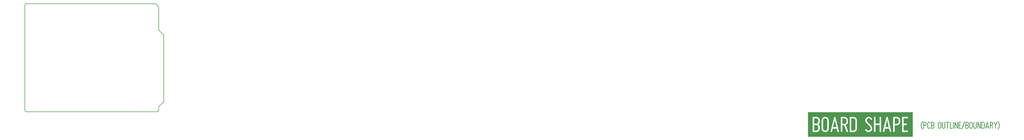
<source format=gm1>
G04*
G04 #@! TF.GenerationSoftware,Altium Limited,Altium Designer,20.0.7 (75)*
G04*
G04 Layer_Color=16711935*
%FSLAX25Y25*%
%MOIN*%
G70*
G01*
G75*
%ADD24C,0.01000*%
G36*
X1958425Y137100D02*
X1755300D01*
Y184675D01*
X1958425D01*
Y137100D01*
D02*
G37*
G36*
X2089933Y165848D02*
X2089966D01*
X2090000Y165826D01*
X2090033Y165804D01*
X2090188D01*
Y165792D01*
Y165759D01*
Y165715D01*
Y165703D01*
X2090199Y165692D01*
X2090222Y165681D01*
X2090244Y165659D01*
X2090255Y165648D01*
X2090277Y165615D01*
X2090311Y165570D01*
X2090322Y165548D01*
X2090333Y165537D01*
X2090344Y165526D01*
X2090355Y165504D01*
X2090366Y165492D01*
Y165481D01*
Y165459D01*
X2090377Y165448D01*
X2090388Y165415D01*
X2090400Y165359D01*
X2090411Y165281D01*
Y165259D01*
X2090422D01*
Y165248D01*
Y165237D01*
Y165204D01*
Y153383D01*
Y153371D01*
Y153327D01*
X2090411Y153271D01*
X2090400Y153205D01*
Y153194D01*
X2090377Y153160D01*
X2090366Y153127D01*
X2090355Y153105D01*
Y153094D01*
X2090344Y153083D01*
X2090322Y153038D01*
X2090299Y152994D01*
X2090266Y152949D01*
X2090255Y152938D01*
X2090222Y152916D01*
X2090155Y152883D01*
X2090088Y152838D01*
X2089988Y152805D01*
X2089888Y152771D01*
X2089766Y152749D01*
X2089644Y152738D01*
X2089633D01*
X2089600Y152749D01*
X2089544Y152771D01*
X2089477Y152805D01*
X2089400Y152849D01*
X2089322Y152916D01*
X2089233Y152994D01*
X2089155Y153094D01*
Y153105D01*
Y153127D01*
X2089133Y153160D01*
X2089122Y153205D01*
X2089111Y153249D01*
Y153260D01*
X2089100Y153271D01*
X2089088Y153305D01*
X2089066Y153349D01*
Y153360D01*
X2089055Y153394D01*
X2089033Y153449D01*
X2089000Y153505D01*
X2088389Y154993D01*
X2088233Y155338D01*
X2087944Y156071D01*
X2087766Y156460D01*
X2086889Y158582D01*
X2086744Y158949D01*
X2086433Y159704D01*
X2086278Y160071D01*
X2085533Y161872D01*
Y153383D01*
Y153360D01*
Y153338D01*
Y153327D01*
Y153294D01*
X2085522Y153249D01*
X2085500Y153194D01*
Y153182D01*
X2085489Y153149D01*
X2085467Y153083D01*
Y153094D01*
X2085456Y153071D01*
X2085433Y153027D01*
X2085411Y152983D01*
X2085389Y152960D01*
Y152949D01*
X2085378D01*
X2085367Y152927D01*
X2085300Y152883D01*
X2085211Y152827D01*
X2085133Y152783D01*
X2085111Y152771D01*
X2085067Y152760D01*
X2085000Y152749D01*
X2084911Y152738D01*
X2084789D01*
X2084722Y152749D01*
X2084656Y152771D01*
X2084611D01*
X2084600Y152783D01*
X2084589Y152794D01*
X2084556Y152816D01*
X2084533Y152827D01*
X2084478Y152872D01*
X2084411Y152927D01*
X2084322Y153016D01*
X2084311Y153027D01*
X2084289Y153071D01*
X2084267Y153138D01*
X2084245Y153216D01*
Y153238D01*
Y153249D01*
X2084233Y153282D01*
X2084222Y153327D01*
Y153383D01*
Y165204D01*
Y165215D01*
Y165248D01*
Y165259D01*
Y165281D01*
Y165326D01*
X2084233Y165381D01*
X2084256Y165426D01*
Y165437D01*
X2084267Y165459D01*
X2084289Y165492D01*
X2084322Y165548D01*
Y165559D01*
X2084345Y165581D01*
X2084367Y165615D01*
X2084411Y165659D01*
X2084422Y165670D01*
X2084444Y165692D01*
X2084478Y165737D01*
X2084533Y165792D01*
X2084596D01*
X2084656Y165815D01*
X2084733Y165848D01*
X2084611D01*
Y165859D01*
X2084989D01*
X2085044Y165837D01*
X2085111Y165815D01*
X2085167Y165781D01*
X2085178D01*
X2085211Y165770D01*
X2085256Y165748D01*
X2085311Y165703D01*
X2085333Y165681D01*
X2085345Y165670D01*
X2085356Y165659D01*
X2085389Y165626D01*
X2085433Y165581D01*
Y165570D01*
X2085456Y165548D01*
X2085467Y165504D01*
X2085500Y165448D01*
Y165437D01*
Y165426D01*
X2085644Y165104D01*
X2086078Y163981D01*
X2086255Y163593D01*
X2086678Y162582D01*
X2086833Y162193D01*
X2086989Y161782D01*
X2087166Y161404D01*
X2087455Y160671D01*
X2087633Y160282D01*
X2088378Y158438D01*
X2088544Y158060D01*
X2088944Y157082D01*
X2089111Y156697D01*
Y165204D01*
Y165215D01*
Y165248D01*
Y165259D01*
Y165270D01*
Y165281D01*
Y165293D01*
Y165304D01*
Y165315D01*
Y165326D01*
Y165337D01*
Y165370D01*
Y165381D01*
X2089122Y165403D01*
X2089166Y165470D01*
X2089211Y165559D01*
X2089233Y165592D01*
X2089255Y165626D01*
Y165637D01*
Y165681D01*
Y165703D01*
Y165748D01*
X2089388D01*
X2089377Y165737D01*
X2089422Y165770D01*
X2089488Y165804D01*
X2089566Y165826D01*
X2089577D01*
X2089589Y165837D01*
X2089644Y165848D01*
X2089722Y165859D01*
X2089911D01*
X2089933Y165848D01*
D02*
G37*
G36*
X2045604D02*
X2045637D01*
X2045671Y165826D01*
X2045704Y165804D01*
X2045860D01*
Y165792D01*
Y165759D01*
Y165715D01*
Y165703D01*
X2045871Y165692D01*
X2045893Y165681D01*
X2045915Y165659D01*
X2045926Y165648D01*
X2045948Y165615D01*
X2045982Y165570D01*
X2045993Y165548D01*
X2046004Y165537D01*
X2046015Y165526D01*
X2046026Y165504D01*
X2046037Y165492D01*
Y165481D01*
Y165459D01*
X2046048Y165448D01*
X2046059Y165415D01*
X2046071Y165359D01*
X2046082Y165281D01*
Y165259D01*
X2046093D01*
Y165248D01*
Y165237D01*
Y165204D01*
Y153383D01*
Y153371D01*
Y153327D01*
X2046082Y153271D01*
X2046071Y153205D01*
Y153194D01*
X2046048Y153160D01*
X2046037Y153127D01*
X2046026Y153105D01*
Y153094D01*
X2046015Y153083D01*
X2045993Y153038D01*
X2045971Y152994D01*
X2045937Y152949D01*
X2045926Y152938D01*
X2045893Y152916D01*
X2045826Y152883D01*
X2045760Y152838D01*
X2045659Y152805D01*
X2045560Y152771D01*
X2045437Y152749D01*
X2045315Y152738D01*
X2045304D01*
X2045271Y152749D01*
X2045215Y152771D01*
X2045148Y152805D01*
X2045071Y152849D01*
X2044993Y152916D01*
X2044904Y152994D01*
X2044826Y153094D01*
Y153105D01*
Y153127D01*
X2044804Y153160D01*
X2044793Y153205D01*
X2044782Y153249D01*
Y153260D01*
X2044771Y153271D01*
X2044760Y153305D01*
X2044737Y153349D01*
Y153360D01*
X2044726Y153394D01*
X2044704Y153449D01*
X2044671Y153505D01*
X2044060Y154993D01*
X2043904Y155338D01*
X2043615Y156071D01*
X2043438Y156460D01*
X2042560Y158582D01*
X2042415Y158949D01*
X2042104Y159704D01*
X2041949Y160071D01*
X2041204Y161872D01*
Y153383D01*
Y153360D01*
Y153338D01*
Y153327D01*
Y153294D01*
X2041193Y153249D01*
X2041171Y153194D01*
Y153182D01*
X2041160Y153149D01*
X2041138Y153083D01*
Y153094D01*
X2041127Y153071D01*
X2041104Y153027D01*
X2041082Y152983D01*
X2041060Y152960D01*
Y152949D01*
X2041049D01*
X2041038Y152927D01*
X2040971Y152883D01*
X2040882Y152827D01*
X2040804Y152783D01*
X2040782Y152771D01*
X2040738Y152760D01*
X2040671Y152749D01*
X2040582Y152738D01*
X2040460D01*
X2040393Y152749D01*
X2040327Y152771D01*
X2040282D01*
X2040271Y152783D01*
X2040260Y152794D01*
X2040227Y152816D01*
X2040204Y152827D01*
X2040149Y152872D01*
X2040082Y152927D01*
X2039993Y153016D01*
X2039982Y153027D01*
X2039960Y153071D01*
X2039938Y153138D01*
X2039916Y153216D01*
Y153238D01*
Y153249D01*
X2039905Y153282D01*
X2039893Y153327D01*
Y153383D01*
Y165204D01*
Y165215D01*
Y165248D01*
Y165259D01*
Y165281D01*
Y165326D01*
X2039905Y165381D01*
X2039927Y165426D01*
Y165437D01*
X2039938Y165459D01*
X2039960Y165492D01*
X2039993Y165548D01*
Y165559D01*
X2040016Y165581D01*
X2040038Y165615D01*
X2040082Y165659D01*
X2040093Y165670D01*
X2040116Y165692D01*
X2040149Y165737D01*
X2040204Y165792D01*
X2040268D01*
X2040327Y165815D01*
X2040405Y165848D01*
X2040282D01*
Y165859D01*
X2040660D01*
X2040716Y165837D01*
X2040782Y165815D01*
X2040838Y165781D01*
X2040849D01*
X2040882Y165770D01*
X2040927Y165748D01*
X2040982Y165703D01*
X2041004Y165681D01*
X2041016Y165670D01*
X2041027Y165659D01*
X2041060Y165626D01*
X2041104Y165581D01*
Y165570D01*
X2041127Y165548D01*
X2041138Y165504D01*
X2041171Y165448D01*
Y165437D01*
Y165426D01*
X2041315Y165104D01*
X2041749Y163981D01*
X2041927Y163593D01*
X2042349Y162582D01*
X2042504Y162193D01*
X2042660Y161782D01*
X2042838Y161404D01*
X2043126Y160671D01*
X2043304Y160282D01*
X2044049Y158438D01*
X2044215Y158060D01*
X2044615Y157082D01*
X2044782Y156697D01*
Y165204D01*
Y165215D01*
Y165248D01*
Y165259D01*
Y165270D01*
Y165281D01*
Y165293D01*
Y165304D01*
Y165315D01*
Y165326D01*
Y165337D01*
Y165370D01*
Y165381D01*
X2044793Y165403D01*
X2044837Y165470D01*
X2044882Y165559D01*
X2044904Y165592D01*
X2044926Y165626D01*
Y165637D01*
Y165681D01*
Y165703D01*
Y165748D01*
X2045060D01*
X2045049Y165737D01*
X2045093Y165770D01*
X2045160Y165804D01*
X2045237Y165826D01*
X2045248D01*
X2045260Y165837D01*
X2045315Y165848D01*
X2045393Y165859D01*
X2045582D01*
X2045604Y165848D01*
D02*
G37*
G36*
X1990143Y165870D02*
X1990243Y165859D01*
X1990265D01*
X1990332Y165848D01*
X1990421Y165837D01*
X1990543Y165815D01*
X1990676Y165792D01*
X1990821Y165748D01*
X1990965Y165703D01*
X1991098Y165648D01*
X1991109D01*
X1991121Y165637D01*
X1991187Y165615D01*
X1991298Y165559D01*
X1991421Y165504D01*
X1991576Y165426D01*
X1991732Y165326D01*
X1991887Y165226D01*
X1992043Y165104D01*
X1992065Y165093D01*
X1992109Y165048D01*
X1992176Y164970D01*
X1992265Y164881D01*
X1992376Y164770D01*
X1992476Y164637D01*
X1992587Y164492D01*
X1992687Y164326D01*
Y164315D01*
X1992698Y164281D01*
X1992720Y164237D01*
X1992731Y164170D01*
X1992743Y164093D01*
X1992754Y163993D01*
X1992743Y163893D01*
X1992720Y163770D01*
Y163759D01*
X1992709Y163737D01*
X1992698Y163704D01*
X1992665Y163659D01*
X1992598Y163548D01*
X1992543Y163493D01*
X1992476Y163437D01*
X1992465D01*
X1992443Y163426D01*
X1992409Y163404D01*
X1992365Y163393D01*
X1992254Y163348D01*
X1992132Y163337D01*
X1992076D01*
X1992020Y163348D01*
X1991954Y163359D01*
X1991943D01*
X1991909Y163382D01*
X1991865Y163404D01*
X1991798Y163437D01*
X1991665Y163537D01*
X1991598Y163604D01*
X1991532Y163681D01*
Y163693D01*
X1991521Y163704D01*
X1991476Y163770D01*
X1991409Y163859D01*
X1991309Y163970D01*
X1991187Y164093D01*
X1991043Y164215D01*
X1990876Y164326D01*
X1990676Y164426D01*
X1990665Y164437D01*
X1990621Y164448D01*
X1990554Y164470D01*
X1990465Y164504D01*
X1990365Y164537D01*
X1990254Y164559D01*
X1990132Y164570D01*
X1990009Y164581D01*
X1989921D01*
X1989854Y164570D01*
X1989710Y164559D01*
X1989532Y164515D01*
X1989521D01*
X1989510Y164504D01*
X1989476Y164492D01*
X1989432Y164481D01*
X1989321Y164437D01*
X1989187Y164370D01*
X1989032Y164281D01*
X1988876Y164170D01*
X1988710Y164037D01*
X1988565Y163870D01*
X1988554Y163848D01*
X1988510Y163781D01*
X1988454Y163681D01*
X1988387Y163559D01*
X1988321Y163393D01*
X1988265Y163204D01*
X1988221Y162993D01*
X1988210Y162770D01*
Y155849D01*
Y155838D01*
Y155827D01*
Y155793D01*
X1988221Y155749D01*
X1988232Y155627D01*
X1988254Y155482D01*
X1988299Y155305D01*
X1988365Y155127D01*
X1988443Y154938D01*
X1988565Y154749D01*
X1988588Y154727D01*
X1988632Y154671D01*
X1988710Y154582D01*
X1988821Y154482D01*
X1988965Y154371D01*
X1989132Y154271D01*
X1989321Y154171D01*
X1989532Y154094D01*
X1989543D01*
X1989576Y154083D01*
X1989621Y154071D01*
X1989676D01*
X1989743Y154060D01*
X1989832Y154049D01*
X1990009Y154038D01*
X1990065D01*
X1990132Y154049D01*
X1990221Y154060D01*
X1990321Y154071D01*
X1990432Y154094D01*
X1990554Y154127D01*
X1990676Y154171D01*
X1990687D01*
X1990698Y154182D01*
X1990765Y154216D01*
X1990865Y154271D01*
X1990987Y154360D01*
X1991132Y154460D01*
X1991276Y154594D01*
X1991409Y154738D01*
X1991532Y154916D01*
X1991543Y154927D01*
X1991554Y154960D01*
X1991587Y154993D01*
X1991643Y155049D01*
X1991698Y155105D01*
X1991776Y155160D01*
X1991854Y155205D01*
X1991954Y155238D01*
X1991976D01*
X1992009Y155249D01*
X1992076Y155260D01*
X1992154D01*
X1992232Y155249D01*
X1992332Y155227D01*
X1992443Y155182D01*
X1992454Y155171D01*
X1992476Y155160D01*
X1992520Y155127D01*
X1992565Y155082D01*
X1992609Y155027D01*
X1992665Y154960D01*
X1992709Y154871D01*
X1992743Y154782D01*
Y154771D01*
X1992754Y154738D01*
Y154682D01*
Y154616D01*
X1992743Y154460D01*
X1992720Y154371D01*
X1992687Y154294D01*
X1992676Y154271D01*
X1992643Y154216D01*
X1992587Y154127D01*
X1992509Y154016D01*
X1992420Y153894D01*
X1992309Y153760D01*
X1992187Y153627D01*
X1992043Y153494D01*
X1992020Y153482D01*
X1991976Y153438D01*
X1991887Y153383D01*
X1991787Y153305D01*
X1991654Y153227D01*
X1991509Y153138D01*
X1991354Y153060D01*
X1991187Y152983D01*
X1991165Y152971D01*
X1991109Y152949D01*
X1991021Y152916D01*
X1990898Y152883D01*
X1990754Y152838D01*
X1990587Y152805D01*
X1990409Y152760D01*
X1990221Y152738D01*
X1989932D01*
X1989854Y152749D01*
X1989743D01*
X1989621Y152771D01*
X1989476Y152794D01*
X1989321Y152816D01*
X1989154Y152860D01*
X1989143D01*
X1989110Y152872D01*
X1989054Y152894D01*
X1988987Y152916D01*
X1988910Y152949D01*
X1988810Y152983D01*
X1988699Y153038D01*
X1988576Y153094D01*
X1988321Y153238D01*
X1988187Y153327D01*
X1988043Y153438D01*
X1987910Y153549D01*
X1987776Y153671D01*
X1987643Y153805D01*
X1987521Y153960D01*
X1987510Y153971D01*
X1987499Y153994D01*
X1987465Y154038D01*
X1987421Y154105D01*
X1987377Y154182D01*
X1987321Y154282D01*
X1987265Y154382D01*
X1987210Y154505D01*
X1987154Y154638D01*
X1987099Y154782D01*
X1986999Y155105D01*
X1986921Y155460D01*
X1986910Y155649D01*
X1986899Y155849D01*
Y162770D01*
Y162782D01*
Y162815D01*
Y162871D01*
X1986910Y162948D01*
X1986921Y163048D01*
X1986932Y163159D01*
X1986954Y163282D01*
X1986988Y163415D01*
X1987065Y163715D01*
X1987121Y163882D01*
X1987188Y164048D01*
X1987265Y164226D01*
X1987365Y164392D01*
X1987465Y164570D01*
X1987588Y164737D01*
X1987599Y164748D01*
X1987610Y164770D01*
X1987643Y164804D01*
X1987687Y164859D01*
X1987754Y164915D01*
X1987821Y164981D01*
X1987910Y165059D01*
X1987999Y165137D01*
X1988110Y165226D01*
X1988232Y165304D01*
X1988354Y165392D01*
X1988499Y165481D01*
X1988654Y165559D01*
X1988821Y165637D01*
X1988998Y165703D01*
X1989187Y165759D01*
X1989210Y165770D01*
X1989254Y165781D01*
X1989343Y165804D01*
X1989443Y165826D01*
X1989565Y165848D01*
X1989698Y165859D01*
X1989854Y165881D01*
X1990065D01*
X1990143Y165870D01*
D02*
G37*
G36*
X2121985Y165848D02*
X2122063Y165837D01*
X2122074D01*
X2122107Y165815D01*
X2122152Y165781D01*
X2122207Y165737D01*
X2122263Y165681D01*
X2122318Y165615D01*
X2122374Y165526D01*
X2122419Y165426D01*
Y165415D01*
X2122430Y165392D01*
X2122441Y165337D01*
X2122452Y165281D01*
Y165204D01*
Y165126D01*
X2122430Y165026D01*
X2122407Y164926D01*
X2120008Y159160D01*
Y153383D01*
Y153371D01*
Y153338D01*
X2119996Y153294D01*
X2119985Y153227D01*
X2119963Y153149D01*
X2119930Y153083D01*
X2119885Y153005D01*
X2119819Y152927D01*
X2119808Y152916D01*
X2119785Y152894D01*
X2119741Y152872D01*
X2119697Y152838D01*
X2119630Y152794D01*
X2119552Y152771D01*
X2119463Y152749D01*
X2119363Y152738D01*
X2119319D01*
X2119263Y152749D01*
X2119197Y152760D01*
X2119119Y152783D01*
X2119041Y152816D01*
X2118963Y152860D01*
X2118897Y152927D01*
X2118885Y152938D01*
X2118874Y152960D01*
X2118841Y153005D01*
X2118808Y153060D01*
X2118774Y153127D01*
X2118752Y153205D01*
X2118730Y153282D01*
X2118719Y153383D01*
Y159171D01*
X2116308Y164926D01*
Y164937D01*
X2116297Y164970D01*
X2116286Y165026D01*
X2116275Y165093D01*
Y165259D01*
Y165337D01*
X2116297Y165426D01*
X2116308Y165437D01*
X2116319Y165470D01*
X2116341Y165526D01*
X2116386Y165581D01*
X2116430Y165648D01*
X2116497Y165726D01*
X2116575Y165781D01*
X2116664Y165837D01*
X2116686D01*
X2116741Y165848D01*
X2116819Y165859D01*
X2116908D01*
X2116952Y165848D01*
X2117030Y165837D01*
X2117119Y165804D01*
X2117219Y165759D01*
X2117330Y165681D01*
X2117441Y165570D01*
X2117530Y165426D01*
X2119363Y160704D01*
X2121196Y165426D01*
X2121207Y165448D01*
X2121241Y165492D01*
X2121285Y165559D01*
X2121363Y165648D01*
X2121452Y165726D01*
X2121563Y165792D01*
X2121685Y165837D01*
X2121830Y165859D01*
X2121907D01*
X2121985Y165848D01*
D02*
G37*
G36*
X2082100D02*
X2082156Y165837D01*
X2082234Y165815D01*
X2082311Y165781D01*
X2082389Y165737D01*
X2082467Y165681D01*
X2082478Y165670D01*
X2082500Y165648D01*
X2082523Y165603D01*
X2082567Y165548D01*
X2082600Y165481D01*
X2082623Y165403D01*
X2082645Y165304D01*
X2082656Y165204D01*
Y155838D01*
Y155827D01*
Y155805D01*
Y155771D01*
Y155727D01*
X2082645Y155605D01*
X2082623Y155449D01*
X2082600Y155260D01*
X2082556Y155060D01*
X2082500Y154849D01*
X2082422Y154638D01*
Y154627D01*
X2082411Y154616D01*
X2082400Y154582D01*
X2082378Y154538D01*
X2082311Y154427D01*
X2082234Y154294D01*
X2082134Y154138D01*
X2082023Y153971D01*
X2081889Y153805D01*
X2081734Y153638D01*
X2081712Y153616D01*
X2081656Y153571D01*
X2081567Y153494D01*
X2081445Y153394D01*
X2081300Y153294D01*
X2081134Y153182D01*
X2080945Y153083D01*
X2080734Y152983D01*
X2080723D01*
X2080712Y152971D01*
X2080678Y152960D01*
X2080634Y152949D01*
X2080523Y152905D01*
X2080378Y152860D01*
X2080201Y152816D01*
X2080000Y152771D01*
X2079789Y152749D01*
X2079556Y152738D01*
X2079445D01*
X2079323Y152749D01*
X2079156Y152771D01*
X2078978Y152794D01*
X2078778Y152838D01*
X2078567Y152905D01*
X2078356Y152983D01*
X2078345D01*
X2078334Y152994D01*
X2078301Y153005D01*
X2078256Y153027D01*
X2078156Y153083D01*
X2078012Y153149D01*
X2077856Y153249D01*
X2077701Y153360D01*
X2077523Y153494D01*
X2077368Y153649D01*
X2077345Y153671D01*
X2077301Y153727D01*
X2077223Y153805D01*
X2077123Y153927D01*
X2077012Y154071D01*
X2076901Y154238D01*
X2076801Y154427D01*
X2076701Y154638D01*
Y154649D01*
X2076690Y154660D01*
X2076679Y154693D01*
X2076668Y154738D01*
X2076623Y154849D01*
X2076579Y154993D01*
X2076534Y155171D01*
X2076490Y155371D01*
X2076468Y155593D01*
X2076456Y155838D01*
Y165204D01*
Y165215D01*
Y165259D01*
X2076468Y165304D01*
X2076479Y165381D01*
X2076501Y165448D01*
X2076534Y165537D01*
X2076579Y165615D01*
X2076634Y165681D01*
X2076645Y165692D01*
X2076668Y165715D01*
X2076701Y165737D01*
X2076756Y165770D01*
X2076823Y165804D01*
X2076912Y165837D01*
X2077001Y165848D01*
X2077101Y165859D01*
X2077145D01*
X2077201Y165848D01*
X2077267Y165837D01*
X2077334Y165815D01*
X2077412Y165781D01*
X2077490Y165737D01*
X2077556Y165681D01*
X2077567Y165670D01*
X2077590Y165648D01*
X2077623Y165615D01*
X2077667Y165559D01*
X2077701Y165492D01*
X2077734Y165403D01*
X2077756Y165315D01*
X2077767Y165204D01*
Y155838D01*
Y155827D01*
Y155805D01*
Y155760D01*
X2077778Y155716D01*
Y155649D01*
X2077790Y155571D01*
X2077834Y155393D01*
X2077890Y155182D01*
X2077979Y154971D01*
X2078112Y154749D01*
X2078190Y154638D01*
X2078279Y154538D01*
X2078290D01*
X2078301Y154516D01*
X2078334Y154493D01*
X2078367Y154460D01*
X2078478Y154382D01*
X2078634Y154294D01*
X2078823Y154194D01*
X2079034Y154116D01*
X2079289Y154060D01*
X2079423Y154049D01*
X2079556Y154038D01*
X2079623D01*
X2079678Y154049D01*
X2079734D01*
X2079812Y154060D01*
X2079978Y154094D01*
X2080167Y154138D01*
X2080367Y154216D01*
X2080567Y154316D01*
X2080756Y154460D01*
X2080767Y154471D01*
X2080778Y154493D01*
X2080812Y154527D01*
X2080845Y154571D01*
X2080889Y154627D01*
X2080945Y154693D01*
X2081056Y154871D01*
X2081156Y155071D01*
X2081256Y155305D01*
X2081323Y155560D01*
X2081334Y155693D01*
X2081345Y155838D01*
Y165204D01*
Y165215D01*
Y165259D01*
X2081356Y165304D01*
X2081367Y165381D01*
X2081389Y165448D01*
X2081423Y165537D01*
X2081467Y165615D01*
X2081523Y165681D01*
X2081534Y165692D01*
X2081556Y165715D01*
X2081600Y165737D01*
X2081645Y165770D01*
X2081723Y165804D01*
X2081800Y165837D01*
X2081889Y165848D01*
X2082000Y165859D01*
X2082045D01*
X2082100Y165848D01*
D02*
G37*
G36*
X2020940D02*
X2020995Y165837D01*
X2021073Y165815D01*
X2021151Y165781D01*
X2021229Y165737D01*
X2021306Y165681D01*
X2021317Y165670D01*
X2021340Y165648D01*
X2021362Y165603D01*
X2021406Y165548D01*
X2021440Y165481D01*
X2021462Y165403D01*
X2021484Y165304D01*
X2021495Y165204D01*
Y155838D01*
Y155827D01*
Y155805D01*
Y155771D01*
Y155727D01*
X2021484Y155605D01*
X2021462Y155449D01*
X2021440Y155260D01*
X2021395Y155060D01*
X2021340Y154849D01*
X2021262Y154638D01*
Y154627D01*
X2021251Y154616D01*
X2021240Y154582D01*
X2021218Y154538D01*
X2021151Y154427D01*
X2021073Y154294D01*
X2020973Y154138D01*
X2020862Y153971D01*
X2020729Y153805D01*
X2020573Y153638D01*
X2020551Y153616D01*
X2020495Y153571D01*
X2020407Y153494D01*
X2020284Y153394D01*
X2020140Y153294D01*
X2019973Y153182D01*
X2019784Y153083D01*
X2019573Y152983D01*
X2019562D01*
X2019551Y152971D01*
X2019518Y152960D01*
X2019473Y152949D01*
X2019362Y152905D01*
X2019218Y152860D01*
X2019040Y152816D01*
X2018840Y152771D01*
X2018629Y152749D01*
X2018396Y152738D01*
X2018284D01*
X2018162Y152749D01*
X2017996Y152771D01*
X2017818Y152794D01*
X2017618Y152838D01*
X2017407Y152905D01*
X2017196Y152983D01*
X2017185D01*
X2017174Y152994D01*
X2017140Y153005D01*
X2017096Y153027D01*
X2016996Y153083D01*
X2016851Y153149D01*
X2016696Y153249D01*
X2016540Y153360D01*
X2016363Y153494D01*
X2016207Y153649D01*
X2016185Y153671D01*
X2016140Y153727D01*
X2016063Y153805D01*
X2015962Y153927D01*
X2015851Y154071D01*
X2015740Y154238D01*
X2015640Y154427D01*
X2015540Y154638D01*
Y154649D01*
X2015529Y154660D01*
X2015518Y154693D01*
X2015507Y154738D01*
X2015462Y154849D01*
X2015418Y154993D01*
X2015374Y155171D01*
X2015329Y155371D01*
X2015307Y155593D01*
X2015296Y155838D01*
Y165204D01*
Y165215D01*
Y165259D01*
X2015307Y165304D01*
X2015318Y165381D01*
X2015340Y165448D01*
X2015374Y165537D01*
X2015418Y165615D01*
X2015474Y165681D01*
X2015485Y165692D01*
X2015507Y165715D01*
X2015540Y165737D01*
X2015596Y165770D01*
X2015663Y165804D01*
X2015751Y165837D01*
X2015840Y165848D01*
X2015940Y165859D01*
X2015985D01*
X2016040Y165848D01*
X2016107Y165837D01*
X2016174Y165815D01*
X2016251Y165781D01*
X2016329Y165737D01*
X2016396Y165681D01*
X2016407Y165670D01*
X2016429Y165648D01*
X2016463Y165615D01*
X2016507Y165559D01*
X2016540Y165492D01*
X2016574Y165403D01*
X2016596Y165315D01*
X2016607Y165204D01*
Y155838D01*
Y155827D01*
Y155805D01*
Y155760D01*
X2016618Y155716D01*
Y155649D01*
X2016629Y155571D01*
X2016673Y155393D01*
X2016729Y155182D01*
X2016818Y154971D01*
X2016951Y154749D01*
X2017029Y154638D01*
X2017118Y154538D01*
X2017129D01*
X2017140Y154516D01*
X2017174Y154493D01*
X2017207Y154460D01*
X2017318Y154382D01*
X2017473Y154294D01*
X2017662Y154194D01*
X2017873Y154116D01*
X2018129Y154060D01*
X2018262Y154049D01*
X2018396Y154038D01*
X2018462D01*
X2018518Y154049D01*
X2018573D01*
X2018651Y154060D01*
X2018818Y154094D01*
X2019007Y154138D01*
X2019207Y154216D01*
X2019407Y154316D01*
X2019596Y154460D01*
X2019607Y154471D01*
X2019618Y154493D01*
X2019651Y154527D01*
X2019684Y154571D01*
X2019729Y154627D01*
X2019784Y154693D01*
X2019895Y154871D01*
X2019995Y155071D01*
X2020095Y155305D01*
X2020162Y155560D01*
X2020173Y155693D01*
X2020184Y155838D01*
Y165204D01*
Y165215D01*
Y165259D01*
X2020195Y165304D01*
X2020206Y165381D01*
X2020229Y165448D01*
X2020262Y165537D01*
X2020307Y165615D01*
X2020362Y165681D01*
X2020373Y165692D01*
X2020395Y165715D01*
X2020440Y165737D01*
X2020484Y165770D01*
X2020562Y165804D01*
X2020640Y165837D01*
X2020729Y165848D01*
X2020840Y165859D01*
X2020884D01*
X2020940Y165848D01*
D02*
G37*
G36*
X2085467Y153049D02*
Y153027D01*
Y152983D01*
Y152971D01*
X2085422D01*
X2085444Y153027D01*
X2085467Y153083D01*
Y153049D01*
D02*
G37*
G36*
X2041138D02*
Y153027D01*
Y152983D01*
Y152971D01*
X2041093D01*
X2041116Y153027D01*
X2041138Y153083D01*
Y153049D01*
D02*
G37*
G36*
X2111697Y165848D02*
X2111786D01*
X2111897Y165837D01*
X2112020Y165815D01*
X2112164Y165781D01*
X2112320Y165748D01*
X2112486Y165703D01*
X2112653Y165637D01*
X2112842Y165570D01*
X2113020Y165481D01*
X2113197Y165381D01*
X2113386Y165259D01*
X2113564Y165115D01*
X2113730Y164959D01*
X2113742Y164948D01*
X2113775Y164915D01*
X2113819Y164870D01*
X2113875Y164804D01*
X2113942Y164715D01*
X2114019Y164615D01*
X2114097Y164492D01*
X2114186Y164359D01*
X2114264Y164215D01*
X2114342Y164048D01*
X2114419Y163870D01*
X2114486Y163681D01*
X2114553Y163481D01*
X2114597Y163270D01*
X2114619Y163059D01*
X2114630Y162826D01*
Y161582D01*
Y161571D01*
Y161537D01*
Y161493D01*
X2114619Y161426D01*
Y161337D01*
X2114597Y161248D01*
X2114586Y161137D01*
X2114564Y161015D01*
X2114497Y160749D01*
X2114397Y160460D01*
X2114342Y160315D01*
X2114264Y160160D01*
X2114186Y160004D01*
X2114086Y159860D01*
X2114075Y159849D01*
X2114064Y159826D01*
X2114030Y159782D01*
X2113986Y159737D01*
X2113931Y159671D01*
X2113864Y159593D01*
X2113708Y159426D01*
X2113497Y159249D01*
X2113253Y159060D01*
X2112975Y158882D01*
X2112718Y158767D01*
X2114642Y153594D01*
Y153583D01*
X2114653Y153549D01*
Y153505D01*
X2114664Y153438D01*
Y153371D01*
X2114653Y153282D01*
X2114642Y153194D01*
X2114608Y153105D01*
Y153094D01*
X2114586Y153060D01*
X2114564Y153027D01*
X2114530Y152971D01*
X2114475Y152916D01*
X2114419Y152872D01*
X2114342Y152816D01*
X2114253Y152783D01*
X2114242Y152771D01*
X2114186Y152760D01*
X2114119Y152749D01*
X2114019Y152738D01*
X2113997D01*
X2113953Y152749D01*
X2113875Y152760D01*
X2113786Y152794D01*
X2113686Y152849D01*
X2113586Y152916D01*
X2113497Y153027D01*
X2113408Y153171D01*
X2111453Y158538D01*
X2109786D01*
Y153394D01*
Y153383D01*
Y153349D01*
X2109775Y153294D01*
X2109764Y153227D01*
X2109742Y153160D01*
X2109698Y153083D01*
X2109653Y153005D01*
X2109587Y152927D01*
X2109575Y152916D01*
X2109553Y152894D01*
X2109509Y152872D01*
X2109453Y152838D01*
X2109386Y152794D01*
X2109309Y152771D01*
X2109220Y152749D01*
X2109120Y152738D01*
X2109075D01*
X2109031Y152749D01*
X2108964Y152760D01*
X2108887Y152783D01*
X2108820Y152816D01*
X2108742Y152860D01*
X2108664Y152927D01*
X2108653Y152938D01*
X2108631Y152960D01*
X2108609Y153005D01*
X2108575Y153060D01*
X2108531Y153127D01*
X2108509Y153205D01*
X2108487Y153294D01*
X2108475Y153394D01*
Y165226D01*
Y165237D01*
Y165270D01*
X2108487Y165315D01*
X2108498Y165370D01*
X2108520Y165437D01*
X2108553Y165515D01*
X2108598Y165581D01*
X2108653Y165659D01*
X2108664Y165670D01*
X2108687Y165692D01*
X2108720Y165726D01*
X2108775Y165759D01*
X2108842Y165792D01*
X2108931Y165826D01*
X2109020Y165848D01*
X2109120Y165859D01*
X2111631D01*
X2111697Y165848D01*
D02*
G37*
G36*
X2103476Y165826D02*
X2103543Y165792D01*
X2103632Y165748D01*
X2103720Y165670D01*
X2103798Y165581D01*
X2103876Y165470D01*
X2103931Y165337D01*
X2106887Y153460D01*
Y153449D01*
X2106898Y153427D01*
Y153394D01*
Y153338D01*
X2106887Y153282D01*
X2106876Y153205D01*
X2106842Y153127D01*
X2106798Y153049D01*
X2106787Y153038D01*
X2106776Y153016D01*
X2106742Y152971D01*
X2106698Y152927D01*
X2106642Y152883D01*
X2106587Y152838D01*
X2106509Y152794D01*
X2106420Y152760D01*
X2106409D01*
X2106376Y152749D01*
X2106320Y152738D01*
X2106220D01*
X2106176Y152749D01*
X2106120Y152760D01*
X2105987Y152794D01*
X2105909Y152827D01*
X2105842Y152872D01*
X2105831Y152883D01*
X2105809Y152894D01*
X2105787Y152927D01*
X2105742Y152971D01*
X2105665Y153083D01*
X2105631Y153149D01*
X2105609Y153227D01*
X2104987Y155693D01*
X2101587D01*
X2100954Y153205D01*
X2100943Y153182D01*
X2100921Y153127D01*
X2100876Y153060D01*
X2100810Y152971D01*
X2100732Y152883D01*
X2100621Y152816D01*
X2100487Y152760D01*
X2100321Y152738D01*
X2100232D01*
X2100187Y152749D01*
X2100176D01*
X2100143Y152760D01*
X2100087Y152783D01*
X2100032Y152816D01*
X2099965Y152860D01*
X2099899Y152905D01*
X2099832Y152971D01*
X2099776Y153049D01*
Y153060D01*
X2099754Y153094D01*
X2099732Y153138D01*
X2099721Y153194D01*
X2099699Y153260D01*
X2099688Y153338D01*
Y153427D01*
X2099699Y153516D01*
X2102643Y165337D01*
Y165359D01*
X2102665Y165403D01*
X2102698Y165470D01*
X2102743Y165548D01*
X2102809Y165637D01*
X2102898Y165726D01*
X2103009Y165792D01*
X2103154Y165848D01*
X2103432D01*
X2103476Y165826D01*
D02*
G37*
G36*
X2095266Y165848D02*
X2095421Y165837D01*
X2095588Y165804D01*
X2095777Y165770D01*
X2095977Y165715D01*
X2096166Y165637D01*
X2096177D01*
X2096199Y165626D01*
X2096232Y165615D01*
X2096277Y165592D01*
X2096388Y165526D01*
X2096543Y165448D01*
X2096710Y165348D01*
X2096888Y165237D01*
X2097077Y165104D01*
X2097243Y164948D01*
X2097265Y164926D01*
X2097310Y164870D01*
X2097388Y164781D01*
X2097488Y164659D01*
X2097588Y164504D01*
X2097699Y164326D01*
X2097821Y164104D01*
X2097921Y163870D01*
X2097932Y163848D01*
X2097954Y163781D01*
X2097988Y163681D01*
X2098032Y163559D01*
X2098076Y163393D01*
X2098110Y163204D01*
X2098132Y162993D01*
X2098143Y162770D01*
Y155838D01*
Y155827D01*
Y155805D01*
Y155771D01*
Y155727D01*
X2098132Y155605D01*
X2098110Y155449D01*
X2098088Y155260D01*
X2098043Y155060D01*
X2097988Y154849D01*
X2097910Y154638D01*
Y154627D01*
X2097899Y154616D01*
X2097888Y154582D01*
X2097865Y154538D01*
X2097810Y154438D01*
X2097732Y154294D01*
X2097632Y154138D01*
X2097521Y153982D01*
X2097388Y153805D01*
X2097243Y153649D01*
X2097221Y153627D01*
X2097165Y153583D01*
X2097077Y153505D01*
X2096943Y153405D01*
X2096788Y153294D01*
X2096599Y153182D01*
X2096388Y153071D01*
X2096155Y152971D01*
X2096132Y152960D01*
X2096066Y152938D01*
X2095966Y152894D01*
X2095832Y152860D01*
X2095666Y152816D01*
X2095477Y152771D01*
X2095266Y152749D01*
X2095044Y152738D01*
X2092544D01*
X2092488Y152749D01*
X2092422Y152760D01*
X2092344Y152783D01*
X2092266Y152816D01*
X2092188Y152860D01*
X2092122Y152916D01*
X2092110Y152927D01*
X2092099Y152949D01*
X2092066Y152983D01*
X2092033Y153038D01*
X2091999Y153105D01*
X2091977Y153194D01*
X2091955Y153282D01*
X2091944Y153383D01*
Y165204D01*
Y165215D01*
Y165259D01*
X2091955Y165304D01*
X2091966Y165381D01*
X2091988Y165448D01*
X2092022Y165537D01*
X2092066Y165615D01*
X2092122Y165681D01*
X2092133Y165692D01*
X2092155Y165715D01*
X2092188Y165737D01*
X2092244Y165770D01*
X2092310Y165804D01*
X2092399Y165837D01*
X2092488Y165848D01*
X2092588Y165859D01*
X2095144D01*
X2095266Y165848D01*
D02*
G37*
G36*
X2072024D02*
X2072179Y165837D01*
X2072346Y165804D01*
X2072535Y165770D01*
X2072735Y165715D01*
X2072923Y165637D01*
X2072935D01*
X2072957Y165626D01*
X2072990Y165615D01*
X2073035Y165592D01*
X2073146Y165526D01*
X2073301Y165448D01*
X2073468Y165348D01*
X2073646Y165237D01*
X2073834Y165104D01*
X2074001Y164948D01*
X2074023Y164926D01*
X2074068Y164870D01*
X2074146Y164781D01*
X2074246Y164659D01*
X2074346Y164504D01*
X2074457Y164326D01*
X2074579Y164104D01*
X2074679Y163870D01*
X2074690Y163848D01*
X2074712Y163781D01*
X2074746Y163681D01*
X2074790Y163559D01*
X2074834Y163393D01*
X2074868Y163204D01*
X2074890Y162993D01*
X2074901Y162770D01*
Y155838D01*
Y155827D01*
Y155805D01*
Y155771D01*
Y155727D01*
X2074890Y155605D01*
X2074868Y155449D01*
X2074846Y155260D01*
X2074801Y155060D01*
X2074746Y154849D01*
X2074668Y154638D01*
Y154627D01*
X2074657Y154616D01*
X2074645Y154582D01*
X2074623Y154538D01*
X2074568Y154438D01*
X2074490Y154294D01*
X2074390Y154138D01*
X2074279Y153982D01*
X2074146Y153805D01*
X2074001Y153649D01*
X2073979Y153627D01*
X2073923Y153583D01*
X2073834Y153505D01*
X2073701Y153405D01*
X2073546Y153294D01*
X2073357Y153182D01*
X2073146Y153071D01*
X2072912Y152971D01*
X2072890Y152960D01*
X2072824Y152938D01*
X2072724Y152894D01*
X2072590Y152860D01*
X2072424Y152816D01*
X2072235Y152771D01*
X2072024Y152749D01*
X2071801Y152738D01*
X2071690D01*
X2071568Y152749D01*
X2071401Y152771D01*
X2071224Y152794D01*
X2071024Y152838D01*
X2070813Y152905D01*
X2070601Y152983D01*
X2070590D01*
X2070579Y152994D01*
X2070546Y153005D01*
X2070502Y153027D01*
X2070402Y153083D01*
X2070257Y153149D01*
X2070102Y153249D01*
X2069946Y153360D01*
X2069768Y153494D01*
X2069613Y153649D01*
X2069591Y153671D01*
X2069546Y153727D01*
X2069468Y153805D01*
X2069368Y153927D01*
X2069257Y154071D01*
X2069146Y154238D01*
X2069046Y154427D01*
X2068946Y154638D01*
Y154649D01*
X2068935Y154660D01*
X2068924Y154693D01*
X2068913Y154738D01*
X2068868Y154849D01*
X2068824Y154993D01*
X2068779Y155171D01*
X2068735Y155371D01*
X2068713Y155593D01*
X2068702Y155838D01*
Y162770D01*
Y162782D01*
Y162804D01*
Y162837D01*
Y162882D01*
X2068713Y162993D01*
X2068735Y163159D01*
X2068768Y163337D01*
X2068813Y163537D01*
X2068868Y163748D01*
X2068957Y163970D01*
Y163981D01*
X2068968Y163993D01*
X2068979Y164026D01*
X2069002Y164070D01*
X2069046Y164170D01*
X2069124Y164304D01*
X2069213Y164459D01*
X2069324Y164626D01*
X2069457Y164793D01*
X2069613Y164948D01*
X2069635Y164970D01*
X2069679Y165015D01*
X2069768Y165093D01*
X2069890Y165192D01*
X2070024Y165293D01*
X2070190Y165403D01*
X2070379Y165515D01*
X2070590Y165615D01*
X2070601D01*
X2070613Y165626D01*
X2070646Y165637D01*
X2070690Y165648D01*
X2070802Y165692D01*
X2070946Y165737D01*
X2071135Y165781D01*
X2071335Y165826D01*
X2071557Y165848D01*
X2071801Y165859D01*
X2071901D01*
X2072024Y165848D01*
D02*
G37*
G36*
X2064213D02*
X2064302D01*
X2064413Y165837D01*
X2064547Y165815D01*
X2064691Y165781D01*
X2064846Y165748D01*
X2065002Y165703D01*
X2065180Y165637D01*
X2065358Y165570D01*
X2065546Y165481D01*
X2065724Y165381D01*
X2065913Y165259D01*
X2066091Y165115D01*
X2066257Y164959D01*
X2066269Y164948D01*
X2066302Y164915D01*
X2066346Y164870D01*
X2066402Y164804D01*
X2066469Y164715D01*
X2066546Y164615D01*
X2066624Y164492D01*
X2066713Y164359D01*
X2066791Y164204D01*
X2066869Y164048D01*
X2066946Y163870D01*
X2067013Y163670D01*
X2067080Y163470D01*
X2067124Y163259D01*
X2067146Y163037D01*
X2067157Y162804D01*
Y161815D01*
Y161793D01*
Y161748D01*
X2067146Y161671D01*
X2067135Y161559D01*
X2067113Y161437D01*
X2067091Y161282D01*
X2067046Y161115D01*
X2066991Y160937D01*
X2066913Y160737D01*
X2066824Y160537D01*
X2066713Y160326D01*
X2066591Y160115D01*
X2066435Y159904D01*
X2066246Y159693D01*
X2066046Y159482D01*
X2065963Y159414D01*
X2066024Y159360D01*
X2066124Y159260D01*
X2066235Y159137D01*
X2066357Y158993D01*
X2066491Y158837D01*
X2066613Y158671D01*
X2066735Y158471D01*
X2066846Y158271D01*
X2066946Y158049D01*
X2067035Y157815D01*
X2067102Y157560D01*
X2067146Y157304D01*
X2067157Y157027D01*
Y155793D01*
Y155782D01*
Y155738D01*
X2067146Y155671D01*
Y155582D01*
X2067135Y155471D01*
X2067113Y155349D01*
X2067080Y155205D01*
X2067046Y155049D01*
X2067002Y154882D01*
X2066935Y154705D01*
X2066869Y154527D01*
X2066780Y154349D01*
X2066680Y154160D01*
X2066557Y153982D01*
X2066413Y153805D01*
X2066257Y153627D01*
X2066246Y153616D01*
X2066213Y153594D01*
X2066169Y153549D01*
X2066102Y153494D01*
X2066013Y153416D01*
X2065913Y153349D01*
X2065791Y153260D01*
X2065657Y153182D01*
X2065502Y153105D01*
X2065335Y153016D01*
X2065158Y152949D01*
X2064969Y152883D01*
X2064769Y152816D01*
X2064547Y152771D01*
X2064324Y152749D01*
X2064091Y152738D01*
X2061580D01*
X2061525Y152749D01*
X2061458Y152760D01*
X2061380Y152783D01*
X2061302Y152816D01*
X2061225Y152860D01*
X2061158Y152927D01*
X2061147Y152938D01*
X2061136Y152960D01*
X2061102Y153005D01*
X2061069Y153060D01*
X2061036Y153127D01*
X2061014Y153205D01*
X2060991Y153282D01*
X2060980Y153383D01*
Y165226D01*
Y165237D01*
Y165270D01*
X2060991Y165315D01*
X2061002Y165381D01*
X2061025Y165448D01*
X2061058Y165526D01*
X2061102Y165592D01*
X2061169Y165670D01*
X2061180Y165681D01*
X2061202Y165703D01*
X2061247Y165726D01*
X2061302Y165770D01*
X2061369Y165804D01*
X2061447Y165826D01*
X2061525Y165848D01*
X2061625Y165859D01*
X2064147D01*
X2064213Y165848D01*
D02*
G37*
G36*
X2052214D02*
X2052292Y165837D01*
X2052370Y165815D01*
X2052448Y165781D01*
X2052526Y165737D01*
X2052603Y165681D01*
X2052614Y165670D01*
X2052637Y165648D01*
X2052659Y165603D01*
X2052692Y165559D01*
X2052725Y165492D01*
X2052759Y165415D01*
X2052770Y165326D01*
X2052781Y165226D01*
Y165215D01*
Y165181D01*
X2052770Y165126D01*
X2052759Y165048D01*
X2052737Y164970D01*
X2052703Y164892D01*
X2052659Y164815D01*
X2052603Y164737D01*
X2052592Y164726D01*
X2052570Y164715D01*
X2052526Y164681D01*
X2052470Y164648D01*
X2052403Y164615D01*
X2052314Y164593D01*
X2052225Y164570D01*
X2052114Y164559D01*
X2048926D01*
Y160060D01*
X2051137D01*
X2051181Y160048D01*
X2051259Y160037D01*
X2051326Y160015D01*
X2051414Y159982D01*
X2051492Y159937D01*
X2051559Y159871D01*
X2051570Y159860D01*
X2051592Y159837D01*
X2051615Y159804D01*
X2051648Y159749D01*
X2051681Y159682D01*
X2051715Y159604D01*
X2051726Y159526D01*
X2051737Y159426D01*
Y159415D01*
Y159382D01*
X2051726Y159326D01*
X2051715Y159249D01*
X2051692Y159171D01*
X2051659Y159093D01*
X2051615Y159015D01*
X2051559Y158938D01*
X2051548Y158926D01*
X2051526Y158915D01*
X2051492Y158882D01*
X2051437Y158849D01*
X2051370Y158815D01*
X2051281Y158793D01*
X2051192Y158771D01*
X2051081Y158760D01*
X2048926D01*
Y154038D01*
X2052170D01*
X2052214Y154027D01*
X2052292Y154016D01*
X2052370Y153994D01*
X2052448Y153960D01*
X2052526Y153916D01*
X2052603Y153849D01*
X2052614Y153838D01*
X2052637Y153816D01*
X2052659Y153782D01*
X2052692Y153727D01*
X2052725Y153660D01*
X2052759Y153583D01*
X2052770Y153482D01*
X2052781Y153383D01*
Y153371D01*
Y153338D01*
X2052770Y153282D01*
X2052759Y153216D01*
X2052737Y153138D01*
X2052703Y153060D01*
X2052659Y152983D01*
X2052603Y152916D01*
X2052592Y152905D01*
X2052570Y152894D01*
X2052526Y152860D01*
X2052470Y152827D01*
X2052403Y152794D01*
X2052314Y152771D01*
X2052225Y152749D01*
X2052114Y152738D01*
X2048215D01*
X2048159Y152749D01*
X2048093Y152760D01*
X2048015Y152783D01*
X2047937Y152816D01*
X2047859Y152860D01*
X2047793Y152916D01*
X2047782Y152927D01*
X2047770Y152949D01*
X2047737Y152983D01*
X2047704Y153038D01*
X2047670Y153105D01*
X2047648Y153194D01*
X2047626Y153282D01*
X2047615Y153383D01*
Y165226D01*
Y165237D01*
Y165270D01*
X2047626Y165326D01*
X2047637Y165392D01*
X2047659Y165459D01*
X2047693Y165537D01*
X2047737Y165615D01*
X2047793Y165681D01*
X2047804Y165692D01*
X2047826Y165715D01*
X2047859Y165737D01*
X2047915Y165770D01*
X2047981Y165804D01*
X2048070Y165837D01*
X2048159Y165848D01*
X2048259Y165859D01*
X2052170D01*
X2052214Y165848D01*
D02*
G37*
G36*
X2037782D02*
X2037860Y165837D01*
X2037927Y165815D01*
X2038016Y165781D01*
X2038094Y165737D01*
X2038160Y165681D01*
X2038171Y165670D01*
X2038194Y165648D01*
X2038216Y165603D01*
X2038260Y165548D01*
X2038294Y165481D01*
X2038316Y165403D01*
X2038338Y165304D01*
X2038349Y165204D01*
Y153383D01*
Y153371D01*
Y153338D01*
X2038338Y153282D01*
X2038327Y153216D01*
X2038305Y153138D01*
X2038271Y153060D01*
X2038227Y152983D01*
X2038160Y152916D01*
X2038149Y152905D01*
X2038127Y152894D01*
X2038094Y152860D01*
X2038038Y152827D01*
X2037971Y152794D01*
X2037882Y152771D01*
X2037794Y152749D01*
X2037683Y152738D01*
X2037638D01*
X2037594Y152749D01*
X2037527Y152760D01*
X2037449Y152783D01*
X2037383Y152805D01*
X2037305Y152849D01*
X2037227Y152905D01*
X2037216Y152916D01*
X2037194Y152938D01*
X2037172Y152983D01*
X2037138Y153038D01*
X2037094Y153105D01*
X2037071Y153182D01*
X2037049Y153282D01*
X2037038Y153383D01*
Y165204D01*
Y165215D01*
Y165259D01*
X2037049Y165304D01*
X2037060Y165381D01*
X2037083Y165448D01*
X2037116Y165537D01*
X2037160Y165615D01*
X2037216Y165681D01*
X2037227Y165692D01*
X2037249Y165715D01*
X2037294Y165737D01*
X2037349Y165770D01*
X2037416Y165804D01*
X2037494Y165837D01*
X2037583Y165848D01*
X2037683Y165859D01*
X2037738D01*
X2037782Y165848D01*
D02*
G37*
G36*
X2031550D02*
X2031617Y165837D01*
X2031683Y165815D01*
X2031761Y165781D01*
X2031839Y165737D01*
X2031905Y165681D01*
X2031916Y165670D01*
X2031939Y165648D01*
X2031972Y165615D01*
X2032016Y165559D01*
X2032050Y165492D01*
X2032083Y165415D01*
X2032105Y165326D01*
X2032116Y165226D01*
Y154038D01*
X2035349D01*
X2035405Y154027D01*
X2035472Y154016D01*
X2035549Y153994D01*
X2035627Y153960D01*
X2035705Y153916D01*
X2035772Y153860D01*
X2035783Y153849D01*
X2035805Y153827D01*
X2035838Y153782D01*
X2035872Y153727D01*
X2035905Y153660D01*
X2035938Y153583D01*
X2035961Y153482D01*
X2035972Y153383D01*
Y153371D01*
Y153338D01*
X2035961Y153282D01*
X2035949Y153216D01*
X2035916Y153138D01*
X2035883Y153060D01*
X2035827Y152983D01*
X2035760Y152905D01*
X2035749Y152894D01*
X2035727Y152883D01*
X2035694Y152849D01*
X2035638Y152827D01*
X2035572Y152794D01*
X2035494Y152760D01*
X2035405Y152749D01*
X2035305Y152738D01*
X2031405D01*
X2031350Y152749D01*
X2031283Y152760D01*
X2031205Y152783D01*
X2031128Y152816D01*
X2031050Y152860D01*
X2030983Y152916D01*
X2030972Y152927D01*
X2030961Y152949D01*
X2030928Y152983D01*
X2030894Y153038D01*
X2030861Y153105D01*
X2030839Y153194D01*
X2030817Y153282D01*
X2030806Y153383D01*
Y165226D01*
Y165237D01*
Y165270D01*
X2030817Y165326D01*
X2030828Y165392D01*
X2030850Y165459D01*
X2030883Y165537D01*
X2030928Y165615D01*
X2030983Y165681D01*
X2030994Y165692D01*
X2031017Y165715D01*
X2031050Y165737D01*
X2031105Y165770D01*
X2031172Y165804D01*
X2031261Y165837D01*
X2031350Y165848D01*
X2031450Y165859D01*
X2031494D01*
X2031550Y165848D01*
D02*
G37*
G36*
X2028706D02*
X2028772Y165837D01*
X2028839Y165815D01*
X2028917Y165781D01*
X2028995Y165737D01*
X2029061Y165670D01*
X2029072Y165659D01*
X2029095Y165637D01*
X2029117Y165603D01*
X2029161Y165548D01*
X2029194Y165492D01*
X2029217Y165415D01*
X2029239Y165337D01*
X2029250Y165248D01*
Y165204D01*
Y165192D01*
Y165159D01*
X2029239Y165115D01*
X2029228Y165048D01*
X2029206Y164981D01*
X2029172Y164904D01*
X2029128Y164826D01*
X2029061Y164748D01*
X2029050Y164737D01*
X2029028Y164715D01*
X2028995Y164692D01*
X2028939Y164659D01*
X2028872Y164615D01*
X2028795Y164593D01*
X2028717Y164570D01*
X2028617Y164559D01*
X2026795D01*
Y153383D01*
Y153371D01*
Y153338D01*
X2026784Y153294D01*
X2026772Y153227D01*
X2026750Y153149D01*
X2026706Y153083D01*
X2026661Y153005D01*
X2026595Y152927D01*
X2026584Y152916D01*
X2026561Y152894D01*
X2026517Y152872D01*
X2026473Y152838D01*
X2026406Y152794D01*
X2026328Y152771D01*
X2026239Y152749D01*
X2026150Y152738D01*
X2026106D01*
X2026050Y152749D01*
X2025995Y152760D01*
X2025917Y152783D01*
X2025839Y152816D01*
X2025761Y152860D01*
X2025684Y152927D01*
X2025673Y152938D01*
X2025650Y152960D01*
X2025628Y153005D01*
X2025595Y153060D01*
X2025550Y153127D01*
X2025528Y153205D01*
X2025506Y153282D01*
X2025495Y153383D01*
Y164559D01*
X2023628D01*
X2023584Y164570D01*
X2023517Y164581D01*
X2023451Y164604D01*
X2023373Y164637D01*
X2023295Y164681D01*
X2023228Y164748D01*
X2023217Y164759D01*
X2023206Y164781D01*
X2023173Y164826D01*
X2023140Y164881D01*
X2023106Y164948D01*
X2023084Y165026D01*
X2023062Y165115D01*
X2023051Y165204D01*
Y165248D01*
Y165259D01*
Y165293D01*
X2023062Y165337D01*
X2023073Y165403D01*
X2023095Y165470D01*
X2023129Y165537D01*
X2023173Y165615D01*
X2023228Y165681D01*
X2023240Y165692D01*
X2023262Y165715D01*
X2023295Y165737D01*
X2023351Y165770D01*
X2023417Y165804D01*
X2023495Y165837D01*
X2023573Y165848D01*
X2023673Y165859D01*
X2028661D01*
X2028706Y165848D01*
D02*
G37*
G36*
X2010863D02*
X2011019Y165837D01*
X2011185Y165804D01*
X2011374Y165770D01*
X2011574Y165715D01*
X2011763Y165637D01*
X2011774D01*
X2011796Y165626D01*
X2011830Y165615D01*
X2011874Y165592D01*
X2011985Y165526D01*
X2012141Y165448D01*
X2012307Y165348D01*
X2012485Y165237D01*
X2012674Y165104D01*
X2012841Y164948D01*
X2012863Y164926D01*
X2012907Y164870D01*
X2012985Y164781D01*
X2013085Y164659D01*
X2013185Y164504D01*
X2013296Y164326D01*
X2013418Y164104D01*
X2013518Y163870D01*
X2013529Y163848D01*
X2013552Y163781D01*
X2013585Y163681D01*
X2013629Y163559D01*
X2013674Y163393D01*
X2013707Y163204D01*
X2013729Y162993D01*
X2013741Y162770D01*
Y155838D01*
Y155827D01*
Y155805D01*
Y155771D01*
Y155727D01*
X2013729Y155605D01*
X2013707Y155449D01*
X2013685Y155260D01*
X2013641Y155060D01*
X2013585Y154849D01*
X2013507Y154638D01*
Y154627D01*
X2013496Y154616D01*
X2013485Y154582D01*
X2013463Y154538D01*
X2013407Y154438D01*
X2013329Y154294D01*
X2013229Y154138D01*
X2013118Y153982D01*
X2012985Y153805D01*
X2012841Y153649D01*
X2012818Y153627D01*
X2012763Y153583D01*
X2012674Y153505D01*
X2012541Y153405D01*
X2012385Y153294D01*
X2012196Y153182D01*
X2011985Y153071D01*
X2011752Y152971D01*
X2011730Y152960D01*
X2011663Y152938D01*
X2011563Y152894D01*
X2011430Y152860D01*
X2011263Y152816D01*
X2011074Y152771D01*
X2010863Y152749D01*
X2010641Y152738D01*
X2010530D01*
X2010407Y152749D01*
X2010241Y152771D01*
X2010063Y152794D01*
X2009863Y152838D01*
X2009652Y152905D01*
X2009441Y152983D01*
X2009430D01*
X2009419Y152994D01*
X2009385Y153005D01*
X2009341Y153027D01*
X2009241Y153083D01*
X2009097Y153149D01*
X2008941Y153249D01*
X2008785Y153360D01*
X2008608Y153494D01*
X2008452Y153649D01*
X2008430Y153671D01*
X2008385Y153727D01*
X2008308Y153805D01*
X2008208Y153927D01*
X2008097Y154071D01*
X2007985Y154238D01*
X2007886Y154427D01*
X2007785Y154638D01*
Y154649D01*
X2007774Y154660D01*
X2007763Y154693D01*
X2007752Y154738D01*
X2007708Y154849D01*
X2007663Y154993D01*
X2007619Y155171D01*
X2007574Y155371D01*
X2007552Y155593D01*
X2007541Y155838D01*
Y162770D01*
Y162782D01*
Y162804D01*
Y162837D01*
Y162882D01*
X2007552Y162993D01*
X2007574Y163159D01*
X2007608Y163337D01*
X2007652Y163537D01*
X2007708Y163748D01*
X2007797Y163970D01*
Y163981D01*
X2007808Y163993D01*
X2007819Y164026D01*
X2007841Y164070D01*
X2007886Y164170D01*
X2007963Y164304D01*
X2008052Y164459D01*
X2008163Y164626D01*
X2008297Y164793D01*
X2008452Y164948D01*
X2008474Y164970D01*
X2008519Y165015D01*
X2008608Y165093D01*
X2008730Y165192D01*
X2008863Y165293D01*
X2009030Y165403D01*
X2009219Y165515D01*
X2009430Y165615D01*
X2009441D01*
X2009452Y165626D01*
X2009485Y165637D01*
X2009530Y165648D01*
X2009641Y165692D01*
X2009785Y165737D01*
X2009974Y165781D01*
X2010174Y165826D01*
X2010396Y165848D01*
X2010641Y165859D01*
X2010741D01*
X2010863Y165848D01*
D02*
G37*
G36*
X1997553D02*
X1997642D01*
X1997753Y165837D01*
X1997886Y165815D01*
X1998031Y165781D01*
X1998186Y165748D01*
X1998342Y165703D01*
X1998520Y165637D01*
X1998698Y165570D01*
X1998886Y165481D01*
X1999064Y165381D01*
X1999253Y165259D01*
X1999431Y165115D01*
X1999598Y164959D01*
X1999609Y164948D01*
X1999642Y164915D01*
X1999686Y164870D01*
X1999742Y164804D01*
X1999809Y164715D01*
X1999886Y164615D01*
X1999964Y164492D01*
X2000053Y164359D01*
X2000131Y164204D01*
X2000208Y164048D01*
X2000286Y163870D01*
X2000353Y163670D01*
X2000420Y163470D01*
X2000464Y163259D01*
X2000486Y163037D01*
X2000497Y162804D01*
Y161815D01*
Y161793D01*
Y161748D01*
X2000486Y161671D01*
X2000475Y161559D01*
X2000453Y161437D01*
X2000431Y161282D01*
X2000386Y161115D01*
X2000331Y160937D01*
X2000253Y160737D01*
X2000164Y160537D01*
X2000053Y160326D01*
X1999931Y160115D01*
X1999775Y159904D01*
X1999586Y159693D01*
X1999386Y159482D01*
X1999303Y159414D01*
X1999364Y159360D01*
X1999464Y159260D01*
X1999575Y159137D01*
X1999697Y158993D01*
X1999831Y158837D01*
X1999953Y158671D01*
X2000075Y158471D01*
X2000186Y158271D01*
X2000286Y158049D01*
X2000375Y157815D01*
X2000442Y157560D01*
X2000486Y157304D01*
X2000497Y157027D01*
Y155793D01*
Y155782D01*
Y155738D01*
X2000486Y155671D01*
Y155582D01*
X2000475Y155471D01*
X2000453Y155349D01*
X2000420Y155205D01*
X2000386Y155049D01*
X2000342Y154882D01*
X2000275Y154705D01*
X2000208Y154527D01*
X2000120Y154349D01*
X2000020Y154160D01*
X1999897Y153982D01*
X1999753Y153805D01*
X1999598Y153627D01*
X1999586Y153616D01*
X1999553Y153594D01*
X1999509Y153549D01*
X1999442Y153494D01*
X1999353Y153416D01*
X1999253Y153349D01*
X1999131Y153260D01*
X1998997Y153182D01*
X1998842Y153105D01*
X1998675Y153016D01*
X1998498Y152949D01*
X1998309Y152883D01*
X1998109Y152816D01*
X1997886Y152771D01*
X1997664Y152749D01*
X1997431Y152738D01*
X1994920D01*
X1994865Y152749D01*
X1994798Y152760D01*
X1994720Y152783D01*
X1994642Y152816D01*
X1994565Y152860D01*
X1994498Y152927D01*
X1994487Y152938D01*
X1994476Y152960D01*
X1994442Y153005D01*
X1994409Y153060D01*
X1994376Y153127D01*
X1994354Y153205D01*
X1994331Y153282D01*
X1994320Y153383D01*
Y165226D01*
Y165237D01*
Y165270D01*
X1994331Y165315D01*
X1994342Y165381D01*
X1994365Y165448D01*
X1994398Y165526D01*
X1994442Y165592D01*
X1994509Y165670D01*
X1994520Y165681D01*
X1994542Y165703D01*
X1994587Y165726D01*
X1994642Y165770D01*
X1994709Y165804D01*
X1994787Y165826D01*
X1994865Y165848D01*
X1994965Y165859D01*
X1997487D01*
X1997553Y165848D01*
D02*
G37*
G36*
X1982421D02*
X1982510D01*
X1982621Y165837D01*
X1982744Y165815D01*
X1982888Y165781D01*
X1983044Y165748D01*
X1983210Y165703D01*
X1983377Y165637D01*
X1983566Y165570D01*
X1983743Y165481D01*
X1983921Y165381D01*
X1984110Y165259D01*
X1984288Y165115D01*
X1984455Y164959D01*
X1984466Y164948D01*
X1984499Y164915D01*
X1984543Y164870D01*
X1984599Y164804D01*
X1984666Y164715D01*
X1984743Y164615D01*
X1984821Y164492D01*
X1984910Y164359D01*
X1984988Y164204D01*
X1985066Y164048D01*
X1985143Y163870D01*
X1985210Y163670D01*
X1985277Y163470D01*
X1985321Y163259D01*
X1985343Y163037D01*
X1985354Y162804D01*
Y161582D01*
Y161571D01*
Y161526D01*
X1985343Y161460D01*
Y161371D01*
X1985332Y161259D01*
X1985310Y161137D01*
X1985277Y160993D01*
X1985243Y160837D01*
X1985199Y160671D01*
X1985132Y160504D01*
X1985066Y160315D01*
X1984977Y160137D01*
X1984877Y159960D01*
X1984755Y159771D01*
X1984610Y159593D01*
X1984455Y159426D01*
X1984443Y159415D01*
X1984410Y159393D01*
X1984366Y159349D01*
X1984299Y159293D01*
X1984210Y159215D01*
X1984110Y159149D01*
X1983988Y159060D01*
X1983855Y158982D01*
X1983699Y158904D01*
X1983544Y158815D01*
X1983366Y158749D01*
X1983166Y158682D01*
X1982966Y158615D01*
X1982755Y158571D01*
X1982533Y158549D01*
X1982299Y158538D01*
X1980511D01*
Y153383D01*
Y153371D01*
Y153338D01*
X1980499Y153294D01*
X1980488Y153227D01*
X1980466Y153149D01*
X1980422Y153083D01*
X1980377Y153005D01*
X1980310Y152927D01*
X1980299Y152916D01*
X1980277Y152894D01*
X1980233Y152872D01*
X1980177Y152838D01*
X1980111Y152794D01*
X1980033Y152771D01*
X1979944Y152749D01*
X1979844Y152738D01*
X1979799D01*
X1979755Y152749D01*
X1979688Y152760D01*
X1979611Y152783D01*
X1979544Y152816D01*
X1979466Y152860D01*
X1979388Y152927D01*
X1979377Y152938D01*
X1979355Y152960D01*
X1979333Y153005D01*
X1979300Y153060D01*
X1979255Y153127D01*
X1979233Y153205D01*
X1979211Y153282D01*
X1979199Y153383D01*
Y165226D01*
Y165237D01*
Y165270D01*
X1979211Y165315D01*
X1979222Y165370D01*
X1979244Y165437D01*
X1979277Y165515D01*
X1979322Y165581D01*
X1979377Y165659D01*
X1979388Y165670D01*
X1979411Y165692D01*
X1979444Y165726D01*
X1979499Y165759D01*
X1979566Y165792D01*
X1979655Y165826D01*
X1979744Y165848D01*
X1979844Y165859D01*
X1982355D01*
X1982421Y165848D01*
D02*
G37*
G36*
X2059447Y166548D02*
X2059525Y166526D01*
X2059536D01*
X2059569Y166503D01*
X2059614Y166481D01*
X2059669Y166448D01*
X2059736Y166403D01*
X2059803Y166348D01*
X2059858Y166270D01*
X2059903Y166192D01*
Y166181D01*
X2059914Y166148D01*
X2059925Y166103D01*
X2059936Y166048D01*
X2059947Y165892D01*
X2059936Y165815D01*
X2059914Y165726D01*
X2054947Y152083D01*
Y152072D01*
X2054925Y152038D01*
X2054903Y151994D01*
X2054859Y151927D01*
X2054814Y151860D01*
X2054748Y151794D01*
X2054681Y151727D01*
X2054592Y151672D01*
X2054581Y151661D01*
X2054525Y151649D01*
X2054459Y151638D01*
X2054359Y151627D01*
X2054336D01*
X2054281Y151638D01*
X2054203Y151649D01*
X2054114Y151672D01*
X2054103D01*
X2054081Y151694D01*
X2054037Y151716D01*
X2053981Y151760D01*
X2053914Y151805D01*
X2053848Y151872D01*
X2053792Y151949D01*
X2053725Y152038D01*
Y152049D01*
X2053714Y152072D01*
X2053703Y152116D01*
X2053692Y152172D01*
Y152238D01*
Y152316D01*
Y152394D01*
X2053714Y152483D01*
X2058680Y166137D01*
X2058692Y166148D01*
X2058703Y166181D01*
X2058725Y166226D01*
X2058769Y166270D01*
X2058814Y166337D01*
X2058880Y166392D01*
X2058958Y166448D01*
X2059047Y166503D01*
X2059058D01*
X2059069Y166515D01*
X2059125Y166537D01*
X2059203Y166559D01*
X2059303Y166570D01*
X2059380D01*
X2059447Y166548D01*
D02*
G37*
G36*
X1977633Y167492D02*
X1977689Y167481D01*
X1977844Y167437D01*
X1977922Y167403D01*
X1978000Y167348D01*
X1978011Y167337D01*
X1978033Y167315D01*
X1978066Y167281D01*
X1978100Y167237D01*
X1978144Y167170D01*
X1978177Y167103D01*
X1978222Y167015D01*
X1978244Y166926D01*
Y166914D01*
Y166881D01*
Y166837D01*
X1978233Y166770D01*
X1978211Y166692D01*
X1978189Y166614D01*
X1978144Y166537D01*
X1978089Y166448D01*
X1978077Y166437D01*
X1978066Y166415D01*
X1978033Y166370D01*
X1977988Y166315D01*
X1977933Y166237D01*
X1977866Y166148D01*
X1977800Y166048D01*
X1977722Y165937D01*
X1977555Y165692D01*
X1977378Y165403D01*
X1977189Y165104D01*
X1977011Y164781D01*
Y164770D01*
X1976989Y164748D01*
X1976966Y164692D01*
X1976933Y164626D01*
X1976889Y164548D01*
X1976844Y164459D01*
X1976789Y164348D01*
X1976733Y164226D01*
X1976666Y164093D01*
X1976611Y163948D01*
X1976466Y163637D01*
X1976322Y163293D01*
X1976189Y162926D01*
X1976178Y162904D01*
X1976167Y162848D01*
X1976133Y162748D01*
X1976100Y162615D01*
X1976055Y162459D01*
X1976000Y162259D01*
X1975944Y162037D01*
X1975889Y161793D01*
X1975833Y161526D01*
X1975778Y161237D01*
X1975733Y160926D01*
X1975678Y160604D01*
X1975644Y160271D01*
X1975611Y159926D01*
X1975600Y159571D01*
X1975589Y159204D01*
Y159182D01*
Y159115D01*
Y159015D01*
X1975600Y158871D01*
X1975611Y158693D01*
X1975622Y158493D01*
X1975644Y158260D01*
X1975666Y158004D01*
X1975700Y157738D01*
X1975733Y157438D01*
X1975789Y157138D01*
X1975844Y156816D01*
X1975911Y156493D01*
X1975989Y156160D01*
X1976089Y155838D01*
X1976189Y155505D01*
Y155493D01*
X1976200Y155460D01*
X1976222Y155404D01*
X1976255Y155338D01*
X1976289Y155249D01*
X1976322Y155138D01*
X1976366Y155027D01*
X1976422Y154894D01*
X1976533Y154616D01*
X1976655Y154316D01*
X1976800Y154016D01*
X1976944Y153716D01*
X1976955Y153705D01*
X1976966Y153671D01*
X1977000Y153616D01*
X1977044Y153549D01*
X1977089Y153471D01*
X1977144Y153371D01*
X1977211Y153249D01*
X1977289Y153127D01*
X1977455Y152860D01*
X1977655Y152571D01*
X1977855Y152271D01*
X1978077Y151972D01*
X1978089Y151960D01*
X1978111Y151938D01*
X1978133Y151894D01*
X1978166Y151827D01*
X1978200Y151760D01*
X1978233Y151672D01*
X1978244Y151583D01*
Y151483D01*
Y151472D01*
X1978233Y151438D01*
X1978222Y151394D01*
X1978200Y151327D01*
X1978166Y151260D01*
X1978122Y151194D01*
X1978066Y151127D01*
X1977988Y151060D01*
X1977977Y151049D01*
X1977955Y151038D01*
X1977911Y151016D01*
X1977855Y150994D01*
X1977789Y150961D01*
X1977722Y150938D01*
X1977633Y150927D01*
X1977544Y150916D01*
X1977477D01*
X1977444Y150927D01*
X1977400Y150938D01*
X1977333Y150961D01*
X1977266Y150983D01*
X1977189Y151027D01*
X1977111Y151083D01*
X1977044Y151161D01*
X1977033Y151183D01*
X1976989Y151238D01*
X1976911Y151338D01*
X1976822Y151461D01*
X1976700Y151627D01*
X1976578Y151816D01*
X1976433Y152038D01*
X1976278Y152294D01*
X1976111Y152560D01*
X1975944Y152849D01*
X1975778Y153160D01*
X1975611Y153494D01*
X1975444Y153838D01*
X1975289Y154205D01*
X1975144Y154571D01*
X1975011Y154949D01*
Y154960D01*
X1975000Y154971D01*
X1974989Y155005D01*
X1974978Y155038D01*
X1974944Y155160D01*
X1974900Y155305D01*
X1974844Y155493D01*
X1974789Y155727D01*
X1974722Y155982D01*
X1974656Y156260D01*
X1974589Y156571D01*
X1974522Y156904D01*
X1974467Y157249D01*
X1974411Y157626D01*
X1974367Y158004D01*
X1974333Y158393D01*
X1974311Y158793D01*
X1974300Y159204D01*
Y159215D01*
Y159226D01*
Y159260D01*
Y159304D01*
Y159360D01*
Y159415D01*
X1974311Y159582D01*
X1974322Y159771D01*
X1974333Y160004D01*
X1974356Y160271D01*
X1974389Y160560D01*
X1974433Y160871D01*
X1974478Y161215D01*
X1974533Y161559D01*
X1974600Y161937D01*
X1974689Y162315D01*
X1974789Y162704D01*
X1974900Y163093D01*
X1975022Y163481D01*
Y163493D01*
X1975033Y163526D01*
X1975056Y163582D01*
X1975078Y163648D01*
X1975111Y163737D01*
X1975155Y163848D01*
X1975200Y163970D01*
X1975256Y164104D01*
X1975311Y164248D01*
X1975378Y164404D01*
X1975533Y164748D01*
X1975700Y165115D01*
X1975889Y165492D01*
X1975900Y165504D01*
X1975911Y165537D01*
X1975933Y165581D01*
X1975978Y165637D01*
X1976022Y165726D01*
X1976078Y165815D01*
X1976144Y165915D01*
X1976211Y166037D01*
X1976389Y166304D01*
X1976578Y166592D01*
X1976811Y166914D01*
X1977055Y167237D01*
X1977066Y167248D01*
X1977089Y167281D01*
X1977122Y167315D01*
X1977166Y167359D01*
X1977233Y167414D01*
X1977311Y167448D01*
X1977411Y167481D01*
X1977511Y167503D01*
X1977589D01*
X1977633Y167492D01*
D02*
G37*
G36*
X2124141Y167459D02*
X2124185D01*
X2124218Y167448D01*
X2124274Y167426D01*
X2124341Y167392D01*
X2124407Y167348D01*
X2124474Y167292D01*
X2124541Y167203D01*
X2124552Y167181D01*
X2124607Y167126D01*
X2124674Y167026D01*
X2124763Y166892D01*
X2124885Y166726D01*
X2125007Y166537D01*
X2125152Y166315D01*
X2125307Y166070D01*
X2125474Y165804D01*
X2125629Y165515D01*
X2125796Y165215D01*
X2125963Y164892D01*
X2126118Y164559D01*
X2126263Y164215D01*
X2126396Y163870D01*
X2126518Y163515D01*
Y163504D01*
X2126529Y163493D01*
X2126540Y163459D01*
X2126551Y163415D01*
X2126574Y163359D01*
X2126596Y163304D01*
X2126651Y163137D01*
X2126707Y162948D01*
X2126774Y162715D01*
X2126851Y162448D01*
X2126929Y162159D01*
X2127007Y161837D01*
X2127085Y161504D01*
X2127151Y161137D01*
X2127207Y160760D01*
X2127262Y160371D01*
X2127307Y159971D01*
X2127329Y159571D01*
X2127340Y159160D01*
Y159149D01*
Y159137D01*
Y159104D01*
Y159060D01*
Y158949D01*
X2127329Y158793D01*
X2127318Y158593D01*
X2127307Y158371D01*
X2127285Y158104D01*
X2127251Y157826D01*
X2127218Y157516D01*
X2127163Y157182D01*
X2127107Y156827D01*
X2127040Y156471D01*
X2126962Y156093D01*
X2126863Y155716D01*
X2126751Y155338D01*
X2126629Y154949D01*
Y154938D01*
X2126618Y154927D01*
X2126607Y154894D01*
X2126596Y154860D01*
X2126551Y154749D01*
X2126496Y154594D01*
X2126418Y154405D01*
X2126329Y154194D01*
X2126218Y153949D01*
X2126096Y153682D01*
X2125963Y153394D01*
X2125807Y153094D01*
X2125629Y152771D01*
X2125452Y152449D01*
X2125252Y152116D01*
X2125029Y151783D01*
X2124796Y151449D01*
X2124552Y151127D01*
X2124541Y151116D01*
X2124518Y151094D01*
X2124485Y151060D01*
X2124429Y151016D01*
X2124374Y150972D01*
X2124296Y150927D01*
X2124218Y150894D01*
X2124129Y150872D01*
X2124007D01*
X2123963Y150883D01*
X2123907Y150894D01*
X2123774Y150938D01*
X2123707Y150972D01*
X2123630Y151016D01*
X2123618Y151027D01*
X2123596Y151049D01*
X2123563Y151083D01*
X2123518Y151138D01*
X2123474Y151194D01*
X2123441Y151272D01*
X2123407Y151349D01*
X2123385Y151449D01*
Y151461D01*
Y151494D01*
Y151549D01*
X2123396Y151605D01*
X2123429Y151760D01*
X2123463Y151849D01*
X2123507Y151927D01*
X2123518Y151938D01*
X2123541Y151960D01*
X2123574Y152005D01*
X2123618Y152060D01*
X2123674Y152138D01*
X2123741Y152227D01*
X2123807Y152327D01*
X2123896Y152438D01*
X2124074Y152694D01*
X2124263Y152983D01*
X2124463Y153305D01*
X2124663Y153649D01*
Y153660D01*
X2124685Y153682D01*
X2124707Y153727D01*
X2124729Y153782D01*
X2124763Y153860D01*
X2124807Y153949D01*
X2124852Y154049D01*
X2124907Y154160D01*
X2124963Y154282D01*
X2125029Y154416D01*
X2125152Y154716D01*
X2125296Y155049D01*
X2125429Y155404D01*
X2125440Y155427D01*
X2125452Y155482D01*
X2125485Y155582D01*
X2125518Y155716D01*
X2125574Y155882D01*
X2125618Y156082D01*
X2125674Y156305D01*
X2125729Y156549D01*
X2125785Y156827D01*
X2125840Y157115D01*
X2125896Y157427D01*
X2125940Y157749D01*
X2125974Y158093D01*
X2126007Y158438D01*
X2126018Y158793D01*
X2126029Y159160D01*
Y159171D01*
Y159182D01*
Y159249D01*
Y159349D01*
X2126018Y159493D01*
X2126007Y159671D01*
X2125996Y159871D01*
X2125985Y160104D01*
X2125952Y160360D01*
X2125918Y160637D01*
X2125885Y160926D01*
X2125829Y161237D01*
X2125774Y161559D01*
X2125707Y161893D01*
X2125629Y162237D01*
X2125540Y162571D01*
X2125429Y162915D01*
Y162926D01*
X2125418Y162959D01*
X2125396Y163015D01*
X2125363Y163082D01*
X2125329Y163170D01*
X2125285Y163270D01*
X2125241Y163382D01*
X2125196Y163515D01*
X2125074Y163793D01*
X2124929Y164104D01*
X2124785Y164426D01*
X2124618Y164748D01*
Y164759D01*
X2124596Y164793D01*
X2124574Y164837D01*
X2124541Y164892D01*
X2124496Y164981D01*
X2124441Y165070D01*
X2124374Y165170D01*
X2124307Y165281D01*
X2124141Y165537D01*
X2123952Y165826D01*
X2123741Y166115D01*
X2123507Y166415D01*
Y166426D01*
X2123485Y166459D01*
X2123463Y166503D01*
X2123441Y166559D01*
X2123418Y166626D01*
X2123396Y166715D01*
X2123385Y166803D01*
Y166892D01*
Y166903D01*
X2123396Y166937D01*
X2123407Y166992D01*
X2123429Y167048D01*
X2123463Y167126D01*
X2123507Y167192D01*
X2123563Y167259D01*
X2123630Y167326D01*
X2123641Y167337D01*
X2123663Y167348D01*
X2123707Y167370D01*
X2123763Y167403D01*
X2123829Y167426D01*
X2123907Y167448D01*
X2123985Y167459D01*
X2124085Y167470D01*
X2124141Y167459D01*
D02*
G37*
%LPC*%
G36*
X1873600Y175675D02*
X1873325D01*
X1872775Y175650D01*
X1872525Y175625D01*
X1872300Y175600D01*
X1872100Y175550D01*
X1871950Y175525D01*
X1871850Y175500D01*
X1871825D01*
X1871275Y175350D01*
X1870775Y175150D01*
X1870325Y174950D01*
X1869925Y174725D01*
X1869600Y174525D01*
X1869350Y174375D01*
X1869275Y174325D01*
X1869200Y174275D01*
X1869175Y174225D01*
X1869150D01*
X1868725Y173875D01*
X1868350Y173500D01*
X1868025Y173125D01*
X1867750Y172775D01*
X1867525Y172450D01*
X1867350Y172225D01*
X1867300Y172125D01*
X1867250Y172050D01*
X1867225Y172025D01*
Y172000D01*
X1866975Y171500D01*
X1866775Y171000D01*
X1866625Y170525D01*
X1866525Y170100D01*
X1866475Y169725D01*
X1866450Y169575D01*
X1866425Y169425D01*
Y169325D01*
X1866400Y169250D01*
Y169200D01*
Y169175D01*
X1866375Y168625D01*
X1866400Y168075D01*
X1866475Y167575D01*
X1866550Y167100D01*
X1866650Y166725D01*
X1866700Y166550D01*
X1866750Y166425D01*
X1866775Y166300D01*
X1866800Y166225D01*
X1866825Y166175D01*
Y166150D01*
X1867025Y165675D01*
X1867300Y165225D01*
X1867600Y164800D01*
X1867900Y164425D01*
X1868175Y164125D01*
X1868400Y163875D01*
X1868500Y163800D01*
X1868575Y163725D01*
X1868600Y163700D01*
X1868625Y163675D01*
X1875650Y156325D01*
X1875875Y156050D01*
X1876075Y155775D01*
X1876225Y155525D01*
X1876375Y155275D01*
X1876475Y155075D01*
X1876550Y154900D01*
X1876600Y154800D01*
X1876625Y154750D01*
X1876725Y154425D01*
X1876800Y154125D01*
X1876850Y153825D01*
X1876875Y153550D01*
Y153325D01*
Y153150D01*
X1876850Y153050D01*
Y153000D01*
X1876800Y152650D01*
X1876725Y152300D01*
X1876525Y151700D01*
X1876250Y151150D01*
X1875950Y150700D01*
X1875675Y150350D01*
X1875525Y150200D01*
X1875425Y150100D01*
X1875325Y150000D01*
X1875250Y149925D01*
X1875200Y149900D01*
X1875175Y149875D01*
X1874725Y149600D01*
X1874275Y149375D01*
X1873850Y149225D01*
X1873475Y149125D01*
X1873150Y149075D01*
X1872875Y149050D01*
X1872775Y149025D01*
X1872650D01*
X1872350Y149050D01*
X1872050Y149075D01*
X1871925Y149100D01*
X1871825D01*
X1871750Y149125D01*
X1871725D01*
X1871400Y149200D01*
X1871100Y149300D01*
X1870825Y149425D01*
X1870575Y149525D01*
X1870375Y149650D01*
X1870200Y149750D01*
X1870100Y149800D01*
X1870075Y149825D01*
X1869825Y150025D01*
X1869625Y150225D01*
X1869450Y150425D01*
X1869275Y150625D01*
X1869175Y150775D01*
X1869075Y150900D01*
X1869025Y151000D01*
X1869000Y151025D01*
X1868825Y151275D01*
X1868675Y151450D01*
X1868550Y151550D01*
X1868525Y151575D01*
X1868500D01*
X1868375Y151650D01*
X1868250Y151700D01*
X1867950Y151825D01*
X1867825Y151850D01*
X1867700Y151875D01*
X1867625Y151900D01*
X1867600D01*
X1867325Y151850D01*
X1867100Y151775D01*
X1866925Y151700D01*
X1866900Y151650D01*
X1866875D01*
X1866725Y151550D01*
X1866575Y151425D01*
X1866475Y151300D01*
X1866400Y151175D01*
X1866350Y151075D01*
X1866300Y151000D01*
X1866275Y150950D01*
Y150925D01*
X1866225Y150675D01*
X1866200Y150425D01*
X1866225Y150225D01*
Y150075D01*
X1866275Y149925D01*
X1866300Y149825D01*
X1866325Y149775D01*
Y149750D01*
X1866650Y149250D01*
X1866975Y148800D01*
X1867325Y148425D01*
X1867625Y148100D01*
X1867900Y147825D01*
X1868125Y147625D01*
X1868275Y147525D01*
X1868300Y147475D01*
X1868325D01*
X1868825Y147175D01*
X1869325Y146900D01*
X1869775Y146700D01*
X1870200Y146525D01*
X1870550Y146400D01*
X1870825Y146325D01*
X1870925Y146275D01*
X1871000D01*
X1871050Y146250D01*
X1871075D01*
X1871650Y146175D01*
X1871900Y146125D01*
X1872125D01*
X1872300Y146100D01*
X1872575D01*
X1873150Y146125D01*
X1873425Y146150D01*
X1873650Y146175D01*
X1873850Y146200D01*
X1874000Y146225D01*
X1874100Y146250D01*
X1874125D01*
X1874725Y146425D01*
X1875250Y146625D01*
X1875725Y146850D01*
X1876150Y147075D01*
X1876475Y147250D01*
X1876750Y147425D01*
X1876825Y147500D01*
X1876900Y147525D01*
X1876925Y147575D01*
X1876950D01*
X1877375Y147950D01*
X1877775Y148325D01*
X1878125Y148700D01*
X1878400Y149050D01*
X1878625Y149375D01*
X1878800Y149625D01*
X1878850Y149725D01*
X1878900Y149800D01*
X1878925Y149825D01*
Y149850D01*
X1879175Y150350D01*
X1879375Y150875D01*
X1879525Y151350D01*
X1879650Y151775D01*
X1879725Y152150D01*
X1879750Y152300D01*
X1879775Y152450D01*
Y152550D01*
X1879800Y152625D01*
Y153300D01*
X1879775Y153875D01*
X1879700Y154375D01*
X1879625Y154825D01*
X1879525Y155225D01*
X1879500Y155375D01*
X1879450Y155500D01*
X1879425Y155600D01*
X1879400Y155675D01*
X1879375Y155725D01*
Y155750D01*
X1879150Y156275D01*
X1878900Y156750D01*
X1878650Y157175D01*
X1878375Y157550D01*
X1878150Y157850D01*
X1877950Y158075D01*
X1877825Y158225D01*
X1877800Y158275D01*
X1877775D01*
X1870475Y165850D01*
X1870250Y166100D01*
X1870075Y166375D01*
X1869900Y166650D01*
X1869775Y166925D01*
X1869575Y167425D01*
X1869425Y167925D01*
X1869350Y168325D01*
Y168500D01*
X1869325Y168650D01*
Y168775D01*
Y168875D01*
Y168925D01*
Y168950D01*
X1869375Y169300D01*
X1869425Y169625D01*
X1869625Y170200D01*
X1869900Y170700D01*
X1870175Y171125D01*
X1870450Y171450D01*
X1870675Y171675D01*
X1870775Y171775D01*
X1870850Y171825D01*
X1870875Y171875D01*
X1870900D01*
X1871325Y172150D01*
X1871750Y172350D01*
X1872150Y172500D01*
X1872500Y172600D01*
X1872825Y172650D01*
X1873075Y172700D01*
X1873575D01*
X1873875Y172675D01*
X1874000Y172650D01*
X1874100D01*
X1874175Y172625D01*
X1874200D01*
X1874525Y172550D01*
X1874800Y172450D01*
X1875350Y172175D01*
X1875800Y171875D01*
X1876150Y171550D01*
X1876450Y171250D01*
X1876650Y171000D01*
X1876725Y170925D01*
X1876775Y170850D01*
X1876825Y170800D01*
Y170775D01*
X1876950Y170575D01*
X1877100Y170400D01*
X1877250Y170250D01*
X1877400Y170150D01*
X1877550Y170075D01*
X1877650Y170025D01*
X1877725Y169975D01*
X1877750D01*
X1877900Y169950D01*
X1878150D01*
X1878400Y169975D01*
X1878600Y170025D01*
X1878725Y170050D01*
X1878775Y170075D01*
X1879000Y170225D01*
X1879175Y170400D01*
X1879300Y170550D01*
X1879400Y170725D01*
X1879475Y170850D01*
X1879525Y170950D01*
X1879550Y171025D01*
Y171050D01*
X1879575Y171275D01*
X1879600Y171475D01*
X1879575Y171650D01*
X1879550Y171800D01*
X1879525Y171900D01*
X1879475Y172000D01*
X1879450Y172050D01*
Y172075D01*
X1879125Y172550D01*
X1878825Y172975D01*
X1878500Y173300D01*
X1878225Y173575D01*
X1877975Y173750D01*
X1877800Y173900D01*
X1877675Y173975D01*
X1877625Y174000D01*
X1877100Y174400D01*
X1876600Y174725D01*
X1876125Y174975D01*
X1875700Y175175D01*
X1875350Y175325D01*
X1875075Y175400D01*
X1874975Y175450D01*
X1874900D01*
X1874850Y175475D01*
X1874825D01*
X1874250Y175600D01*
X1874000Y175625D01*
X1873775Y175650D01*
X1873600Y175675D01*
D02*
G37*
G36*
X1895850Y175625D02*
X1895750D01*
X1895525Y175600D01*
X1895325Y175575D01*
X1895150Y175500D01*
X1895000Y175425D01*
X1894875Y175350D01*
X1894800Y175300D01*
X1894750Y175250D01*
X1894725Y175225D01*
X1894575Y175075D01*
X1894475Y174900D01*
X1894375Y174725D01*
X1894325Y174575D01*
X1894300Y174425D01*
X1894275Y174300D01*
Y174225D01*
Y174200D01*
Y162575D01*
X1886225D01*
Y174200D01*
X1886200Y174425D01*
X1886150Y174625D01*
X1886100Y174800D01*
X1886025Y174950D01*
X1885925Y175050D01*
X1885875Y175150D01*
X1885825Y175200D01*
X1885800Y175225D01*
X1885650Y175350D01*
X1885475Y175450D01*
X1885275Y175525D01*
X1885125Y175575D01*
X1884950Y175600D01*
X1884850Y175625D01*
X1884725D01*
X1884500Y175600D01*
X1884300Y175575D01*
X1884125Y175500D01*
X1883975Y175425D01*
X1883850Y175350D01*
X1883750Y175300D01*
X1883700Y175250D01*
X1883675Y175225D01*
X1883550Y175075D01*
X1883450Y174900D01*
X1883375Y174725D01*
X1883325Y174575D01*
X1883300Y174425D01*
X1883275Y174300D01*
Y147550D01*
X1883300Y147325D01*
X1883350Y147100D01*
X1883400Y146925D01*
X1883500Y146775D01*
X1883575Y146650D01*
X1883625Y146550D01*
X1883675Y146500D01*
X1883700Y146475D01*
X1883875Y146350D01*
X1884050Y146250D01*
X1884200Y146200D01*
X1884375Y146150D01*
X1884525Y146125D01*
X1884625Y146100D01*
X1884725D01*
X1884975Y146125D01*
X1885175Y146175D01*
X1885375Y146225D01*
X1885525Y146300D01*
X1885650Y146375D01*
X1885725Y146450D01*
X1885775Y146475D01*
X1885800Y146500D01*
X1885950Y146650D01*
X1886050Y146825D01*
X1886125Y147000D01*
X1886175Y147175D01*
X1886200Y147325D01*
X1886225Y147450D01*
Y147525D01*
Y147550D01*
Y159650D01*
X1894275D01*
Y147550D01*
X1894300Y147300D01*
X1894350Y147100D01*
X1894425Y146925D01*
X1894500Y146750D01*
X1894575Y146650D01*
X1894650Y146550D01*
X1894700Y146500D01*
X1894725Y146475D01*
X1894875Y146350D01*
X1895050Y146250D01*
X1895225Y146200D01*
X1895400Y146150D01*
X1895525Y146125D01*
X1895650Y146100D01*
X1895750D01*
X1895975Y146125D01*
X1896200Y146175D01*
X1896375Y146225D01*
X1896525Y146300D01*
X1896650Y146375D01*
X1896725Y146450D01*
X1896775Y146475D01*
X1896800Y146500D01*
X1896950Y146650D01*
X1897050Y146825D01*
X1897125Y147000D01*
X1897175Y147175D01*
X1897200Y147325D01*
X1897225Y147450D01*
Y174200D01*
X1897200Y174425D01*
X1897150Y174625D01*
X1897100Y174800D01*
X1897025Y174950D01*
X1896925Y175050D01*
X1896875Y175150D01*
X1896825Y175200D01*
X1896800Y175225D01*
X1896650Y175350D01*
X1896475Y175450D01*
X1896300Y175525D01*
X1896125Y175575D01*
X1895975Y175600D01*
X1895850Y175625D01*
D02*
G37*
G36*
X1948050D02*
X1939250D01*
X1939025Y175600D01*
X1938825Y175575D01*
X1938625Y175500D01*
X1938475Y175425D01*
X1938350Y175350D01*
X1938275Y175300D01*
X1938225Y175250D01*
X1938200Y175225D01*
X1938075Y175075D01*
X1937975Y174900D01*
X1937900Y174725D01*
X1937850Y174575D01*
X1937825Y174425D01*
X1937800Y174300D01*
Y147550D01*
X1937825Y147325D01*
X1937875Y147125D01*
X1937925Y146925D01*
X1938000Y146775D01*
X1938075Y146650D01*
X1938150Y146575D01*
X1938175Y146525D01*
X1938200Y146500D01*
X1938350Y146375D01*
X1938525Y146275D01*
X1938700Y146200D01*
X1938875Y146150D01*
X1939025Y146125D01*
X1939150Y146100D01*
X1947925D01*
X1948175Y146125D01*
X1948375Y146175D01*
X1948575Y146225D01*
X1948725Y146300D01*
X1948850Y146375D01*
X1948950Y146450D01*
X1949000Y146475D01*
X1949025Y146500D01*
X1949150Y146650D01*
X1949250Y146825D01*
X1949325Y147000D01*
X1949375Y147175D01*
X1949400Y147325D01*
X1949425Y147450D01*
Y147550D01*
X1949400Y147775D01*
X1949375Y148000D01*
X1949300Y148175D01*
X1949225Y148325D01*
X1949150Y148450D01*
X1949100Y148525D01*
X1949050Y148575D01*
X1949025Y148600D01*
X1948850Y148750D01*
X1948675Y148850D01*
X1948500Y148925D01*
X1948325Y148975D01*
X1948150Y149000D01*
X1948050Y149025D01*
X1940750D01*
Y159650D01*
X1945600D01*
X1945850Y159675D01*
X1946050Y159725D01*
X1946250Y159775D01*
X1946400Y159850D01*
X1946525Y159925D01*
X1946600Y160000D01*
X1946650Y160025D01*
X1946675Y160050D01*
X1946800Y160225D01*
X1946900Y160400D01*
X1946975Y160575D01*
X1947025Y160750D01*
X1947050Y160925D01*
X1947075Y161050D01*
Y161125D01*
Y161150D01*
X1947050Y161375D01*
X1947025Y161550D01*
X1946950Y161725D01*
X1946875Y161875D01*
X1946800Y162000D01*
X1946750Y162075D01*
X1946700Y162125D01*
X1946675Y162150D01*
X1946525Y162300D01*
X1946350Y162400D01*
X1946150Y162475D01*
X1946000Y162525D01*
X1945825Y162550D01*
X1945725Y162575D01*
X1940750D01*
Y172700D01*
X1947925D01*
X1948175Y172725D01*
X1948375Y172775D01*
X1948575Y172825D01*
X1948725Y172900D01*
X1948850Y172975D01*
X1948950Y173050D01*
X1949000Y173075D01*
X1949025Y173100D01*
X1949150Y173275D01*
X1949250Y173450D01*
X1949325Y173625D01*
X1949375Y173800D01*
X1949400Y173975D01*
X1949425Y174100D01*
Y174200D01*
X1949400Y174425D01*
X1949375Y174625D01*
X1949300Y174800D01*
X1949225Y174950D01*
X1949150Y175050D01*
X1949100Y175150D01*
X1949050Y175200D01*
X1949025Y175225D01*
X1948850Y175350D01*
X1948675Y175450D01*
X1948500Y175525D01*
X1948325Y175575D01*
X1948150Y175600D01*
X1948050Y175625D01*
D02*
G37*
G36*
X1927575D02*
X1921925D01*
X1921700Y175600D01*
X1921500Y175550D01*
X1921300Y175475D01*
X1921150Y175400D01*
X1921025Y175325D01*
X1920950Y175250D01*
X1920900Y175200D01*
X1920875Y175175D01*
X1920750Y175000D01*
X1920650Y174850D01*
X1920575Y174675D01*
X1920525Y174525D01*
X1920500Y174400D01*
X1920475Y174300D01*
Y147550D01*
X1920500Y147325D01*
X1920550Y147150D01*
X1920600Y146975D01*
X1920700Y146825D01*
X1920775Y146700D01*
X1920825Y146600D01*
X1920875Y146550D01*
X1920900Y146525D01*
X1921075Y146375D01*
X1921250Y146275D01*
X1921400Y146200D01*
X1921575Y146150D01*
X1921725Y146125D01*
X1921825Y146100D01*
X1921925D01*
X1922150Y146125D01*
X1922350Y146175D01*
X1922525Y146225D01*
X1922675Y146325D01*
X1922800Y146400D01*
X1922900Y146450D01*
X1922950Y146500D01*
X1922975Y146525D01*
X1923125Y146700D01*
X1923225Y146875D01*
X1923325Y147025D01*
X1923375Y147200D01*
X1923400Y147350D01*
X1923425Y147450D01*
Y147525D01*
Y147550D01*
Y159150D01*
X1927450D01*
X1927975Y159175D01*
X1928475Y159225D01*
X1928950Y159325D01*
X1929400Y159475D01*
X1929850Y159625D01*
X1930250Y159775D01*
X1930600Y159975D01*
X1930950Y160150D01*
X1931250Y160325D01*
X1931525Y160525D01*
X1931750Y160675D01*
X1931950Y160850D01*
X1932100Y160975D01*
X1932200Y161075D01*
X1932275Y161125D01*
X1932300Y161150D01*
X1932650Y161525D01*
X1932975Y161925D01*
X1933250Y162350D01*
X1933475Y162750D01*
X1933675Y163150D01*
X1933825Y163575D01*
X1933975Y163950D01*
X1934075Y164325D01*
X1934150Y164675D01*
X1934225Y165000D01*
X1934275Y165275D01*
X1934300Y165525D01*
Y165725D01*
X1934325Y165875D01*
Y168750D01*
X1934300Y169275D01*
X1934250Y169775D01*
X1934150Y170250D01*
X1934000Y170700D01*
X1933850Y171150D01*
X1933675Y171550D01*
X1933500Y171900D01*
X1933325Y172250D01*
X1933125Y172550D01*
X1932950Y172825D01*
X1932775Y173050D01*
X1932625Y173250D01*
X1932500Y173400D01*
X1932400Y173500D01*
X1932325Y173575D01*
X1932300Y173600D01*
X1931925Y173950D01*
X1931525Y174275D01*
X1931100Y174550D01*
X1930700Y174775D01*
X1930300Y174975D01*
X1929875Y175125D01*
X1929500Y175275D01*
X1929125Y175375D01*
X1928775Y175450D01*
X1928450Y175525D01*
X1928175Y175575D01*
X1927925Y175600D01*
X1927725D01*
X1927575Y175625D01*
D02*
G37*
G36*
X1909125Y175600D02*
X1908500D01*
X1908175Y175475D01*
X1907925Y175325D01*
X1907725Y175125D01*
X1907575Y174925D01*
X1907475Y174750D01*
X1907400Y174600D01*
X1907350Y174500D01*
Y174450D01*
X1900725Y147850D01*
X1900700Y147650D01*
Y147450D01*
X1900725Y147275D01*
X1900775Y147125D01*
X1900800Y147000D01*
X1900850Y146900D01*
X1900900Y146825D01*
Y146800D01*
X1901025Y146625D01*
X1901175Y146475D01*
X1901325Y146375D01*
X1901475Y146275D01*
X1901600Y146200D01*
X1901725Y146150D01*
X1901800Y146125D01*
X1901825D01*
X1901925Y146100D01*
X1902125D01*
X1902500Y146150D01*
X1902800Y146275D01*
X1903050Y146425D01*
X1903225Y146625D01*
X1903375Y146825D01*
X1903475Y146975D01*
X1903525Y147100D01*
X1903550Y147150D01*
X1904975Y152750D01*
X1912625D01*
X1914025Y147200D01*
X1914075Y147025D01*
X1914150Y146875D01*
X1914325Y146625D01*
X1914425Y146525D01*
X1914475Y146450D01*
X1914525Y146425D01*
X1914550Y146400D01*
X1914700Y146300D01*
X1914875Y146225D01*
X1915175Y146150D01*
X1915300Y146125D01*
X1915400Y146100D01*
X1915625D01*
X1915750Y146125D01*
X1915825Y146150D01*
X1915850D01*
X1916050Y146225D01*
X1916225Y146325D01*
X1916350Y146425D01*
X1916475Y146525D01*
X1916575Y146625D01*
X1916650Y146725D01*
X1916675Y146775D01*
X1916700Y146800D01*
X1916800Y146975D01*
X1916875Y147150D01*
X1916900Y147325D01*
X1916925Y147450D01*
Y147650D01*
X1916900Y147700D01*
Y147725D01*
X1910250Y174450D01*
X1910125Y174750D01*
X1909950Y175000D01*
X1909775Y175200D01*
X1909575Y175375D01*
X1909375Y175475D01*
X1909225Y175550D01*
X1909125Y175600D01*
D02*
G37*
G36*
X1843525Y175625D02*
X1837775D01*
X1837550Y175600D01*
X1837350Y175575D01*
X1837150Y175500D01*
X1837000Y175425D01*
X1836875Y175350D01*
X1836800Y175300D01*
X1836750Y175250D01*
X1836725Y175225D01*
X1836600Y175075D01*
X1836500Y174900D01*
X1836425Y174700D01*
X1836375Y174550D01*
X1836350Y174375D01*
X1836325Y174275D01*
Y147550D01*
X1836350Y147325D01*
X1836400Y147125D01*
X1836450Y146925D01*
X1836525Y146775D01*
X1836600Y146650D01*
X1836675Y146575D01*
X1836700Y146525D01*
X1836725Y146500D01*
X1836875Y146375D01*
X1837050Y146275D01*
X1837225Y146200D01*
X1837400Y146150D01*
X1837550Y146125D01*
X1837675Y146100D01*
X1843300D01*
X1843800Y146125D01*
X1844275Y146175D01*
X1844700Y146275D01*
X1845075Y146375D01*
X1845375Y146450D01*
X1845600Y146550D01*
X1845750Y146600D01*
X1845800Y146625D01*
X1846325Y146850D01*
X1846800Y147100D01*
X1847225Y147350D01*
X1847575Y147600D01*
X1847875Y147825D01*
X1848075Y148000D01*
X1848200Y148100D01*
X1848250Y148150D01*
X1848575Y148500D01*
X1848875Y148900D01*
X1849125Y149250D01*
X1849350Y149600D01*
X1849525Y149925D01*
X1849650Y150150D01*
X1849700Y150250D01*
X1849725Y150325D01*
X1849750Y150350D01*
Y150375D01*
X1849925Y150850D01*
X1850050Y151325D01*
X1850150Y151775D01*
X1850200Y152200D01*
X1850250Y152550D01*
X1850275Y152825D01*
Y168675D01*
X1850250Y169175D01*
X1850200Y169650D01*
X1850125Y170075D01*
X1850025Y170450D01*
X1849925Y170725D01*
X1849850Y170950D01*
X1849800Y171100D01*
X1849775Y171150D01*
X1849550Y171675D01*
X1849275Y172175D01*
X1849025Y172575D01*
X1848800Y172925D01*
X1848575Y173200D01*
X1848400Y173400D01*
X1848300Y173525D01*
X1848250Y173575D01*
X1847875Y173925D01*
X1847450Y174225D01*
X1847050Y174475D01*
X1846675Y174700D01*
X1846325Y174875D01*
X1846075Y175025D01*
X1845975Y175075D01*
X1845900Y175100D01*
X1845850Y175125D01*
X1845825D01*
X1845400Y175300D01*
X1844950Y175425D01*
X1844525Y175500D01*
X1844150Y175575D01*
X1843800Y175600D01*
X1843525Y175625D01*
D02*
G37*
G36*
X1825975D02*
X1820325D01*
X1820100Y175600D01*
X1819900Y175550D01*
X1819700Y175475D01*
X1819550Y175400D01*
X1819425Y175325D01*
X1819350Y175250D01*
X1819300Y175200D01*
X1819275Y175175D01*
X1819150Y175000D01*
X1819050Y174850D01*
X1818975Y174675D01*
X1818925Y174525D01*
X1818900Y174400D01*
X1818875Y174300D01*
Y147575D01*
X1818900Y147350D01*
X1818950Y147150D01*
X1819000Y146975D01*
X1819100Y146825D01*
X1819175Y146700D01*
X1819225Y146600D01*
X1819275Y146550D01*
X1819300Y146525D01*
X1819475Y146375D01*
X1819650Y146275D01*
X1819800Y146200D01*
X1819975Y146150D01*
X1820125Y146125D01*
X1820225Y146100D01*
X1820325D01*
X1820550Y146125D01*
X1820750Y146175D01*
X1820925Y146225D01*
X1821075Y146325D01*
X1821200Y146400D01*
X1821300Y146450D01*
X1821350Y146500D01*
X1821375Y146525D01*
X1821525Y146700D01*
X1821625Y146875D01*
X1821725Y147050D01*
X1821775Y147200D01*
X1821800Y147350D01*
X1821825Y147475D01*
Y147550D01*
Y147575D01*
Y159150D01*
X1825575D01*
X1829975Y147075D01*
X1830175Y146750D01*
X1830375Y146500D01*
X1830600Y146350D01*
X1830825Y146225D01*
X1831025Y146150D01*
X1831200Y146125D01*
X1831300Y146100D01*
X1831350D01*
X1831575Y146125D01*
X1831725Y146150D01*
X1831850Y146175D01*
X1831875Y146200D01*
X1832075Y146275D01*
X1832250Y146400D01*
X1832375Y146500D01*
X1832500Y146625D01*
X1832575Y146750D01*
X1832625Y146825D01*
X1832675Y146900D01*
Y146925D01*
X1832750Y147125D01*
X1832775Y147325D01*
X1832800Y147525D01*
Y147675D01*
X1832775Y147825D01*
Y147925D01*
X1832750Y148000D01*
Y148025D01*
X1828422Y159666D01*
X1829000Y159925D01*
X1829625Y160325D01*
X1830175Y160750D01*
X1830650Y161150D01*
X1831000Y161525D01*
X1831150Y161700D01*
X1831275Y161850D01*
X1831375Y161950D01*
X1831450Y162050D01*
X1831475Y162100D01*
X1831500Y162125D01*
X1831725Y162450D01*
X1831900Y162800D01*
X1832075Y163150D01*
X1832200Y163475D01*
X1832425Y164125D01*
X1832575Y164725D01*
X1832625Y165000D01*
X1832650Y165250D01*
X1832700Y165450D01*
Y165650D01*
X1832725Y165800D01*
Y165900D01*
Y165975D01*
Y166000D01*
Y168800D01*
X1832700Y169325D01*
X1832650Y169800D01*
X1832550Y170275D01*
X1832400Y170725D01*
X1832250Y171150D01*
X1832075Y171550D01*
X1831900Y171925D01*
X1831725Y172250D01*
X1831525Y172550D01*
X1831350Y172825D01*
X1831175Y173050D01*
X1831025Y173250D01*
X1830900Y173400D01*
X1830800Y173500D01*
X1830725Y173575D01*
X1830700Y173600D01*
X1830325Y173950D01*
X1829925Y174275D01*
X1829500Y174550D01*
X1829100Y174775D01*
X1828700Y174975D01*
X1828275Y175125D01*
X1827900Y175275D01*
X1827525Y175375D01*
X1827175Y175450D01*
X1826850Y175525D01*
X1826575Y175575D01*
X1826325Y175600D01*
X1826125D01*
X1825975Y175625D01*
D02*
G37*
G36*
X1807525Y175600D02*
X1806900D01*
X1806575Y175475D01*
X1806325Y175325D01*
X1806125Y175125D01*
X1805975Y174925D01*
X1805875Y174750D01*
X1805800Y174600D01*
X1805750Y174500D01*
Y174450D01*
X1799125Y147850D01*
X1799100Y147650D01*
Y147450D01*
X1799125Y147275D01*
X1799175Y147125D01*
X1799200Y147000D01*
X1799250Y146900D01*
X1799300Y146825D01*
Y146800D01*
X1799425Y146625D01*
X1799575Y146475D01*
X1799725Y146375D01*
X1799875Y146275D01*
X1800000Y146200D01*
X1800125Y146150D01*
X1800200Y146125D01*
X1800225D01*
X1800325Y146100D01*
X1800525D01*
X1800900Y146150D01*
X1801200Y146275D01*
X1801450Y146425D01*
X1801625Y146625D01*
X1801775Y146825D01*
X1801875Y146975D01*
X1801925Y147100D01*
X1801950Y147150D01*
X1803375Y152750D01*
X1811025D01*
X1812425Y147200D01*
X1812475Y147025D01*
X1812550Y146875D01*
X1812725Y146625D01*
X1812825Y146525D01*
X1812875Y146450D01*
X1812925Y146425D01*
X1812950Y146400D01*
X1813100Y146300D01*
X1813275Y146225D01*
X1813575Y146150D01*
X1813700Y146125D01*
X1813800Y146100D01*
X1814025D01*
X1814150Y146125D01*
X1814225Y146150D01*
X1814250D01*
X1814450Y146225D01*
X1814625Y146325D01*
X1814750Y146425D01*
X1814875Y146525D01*
X1814975Y146625D01*
X1815050Y146725D01*
X1815075Y146775D01*
X1815100Y146800D01*
X1815200Y146975D01*
X1815275Y147150D01*
X1815300Y147325D01*
X1815325Y147450D01*
Y147650D01*
X1815300Y147700D01*
Y147725D01*
X1808650Y174450D01*
X1808525Y174750D01*
X1808350Y175000D01*
X1808175Y175200D01*
X1807975Y175375D01*
X1807775Y175475D01*
X1807625Y175550D01*
X1807525Y175600D01*
D02*
G37*
G36*
X1788875Y175625D02*
X1788650D01*
X1788100Y175600D01*
X1787600Y175550D01*
X1787150Y175450D01*
X1786725Y175350D01*
X1786400Y175250D01*
X1786150Y175150D01*
X1786050Y175125D01*
X1785975Y175100D01*
X1785950Y175075D01*
X1785925D01*
X1785450Y174850D01*
X1785025Y174600D01*
X1784650Y174350D01*
X1784350Y174125D01*
X1784075Y173900D01*
X1783875Y173725D01*
X1783775Y173625D01*
X1783725Y173575D01*
X1783375Y173225D01*
X1783075Y172850D01*
X1782825Y172475D01*
X1782625Y172125D01*
X1782450Y171825D01*
X1782350Y171600D01*
X1782300Y171500D01*
X1782275Y171425D01*
X1782250Y171400D01*
Y171375D01*
X1782050Y170875D01*
X1781925Y170400D01*
X1781825Y169950D01*
X1781750Y169550D01*
X1781700Y169175D01*
X1781675Y168925D01*
Y153075D01*
X1781700Y152525D01*
X1781750Y152025D01*
X1781850Y151575D01*
X1781950Y151175D01*
X1782050Y150850D01*
X1782150Y150600D01*
X1782175Y150500D01*
X1782200Y150425D01*
X1782225Y150400D01*
Y150375D01*
X1782450Y149900D01*
X1782675Y149475D01*
X1782925Y149100D01*
X1783175Y148775D01*
X1783400Y148500D01*
X1783575Y148325D01*
X1783675Y148200D01*
X1783725Y148150D01*
X1784075Y147800D01*
X1784475Y147500D01*
X1784825Y147250D01*
X1785175Y147025D01*
X1785500Y146875D01*
X1785725Y146750D01*
X1785825Y146700D01*
X1785900Y146675D01*
X1785925Y146650D01*
X1785950D01*
X1786425Y146475D01*
X1786900Y146325D01*
X1787350Y146225D01*
X1787750Y146175D01*
X1788125Y146125D01*
X1788400Y146100D01*
X1788650D01*
X1789150Y146125D01*
X1789625Y146175D01*
X1790050Y146275D01*
X1790425Y146375D01*
X1790725Y146450D01*
X1790950Y146550D01*
X1791100Y146600D01*
X1791150Y146625D01*
X1791675Y146850D01*
X1792150Y147100D01*
X1792575Y147350D01*
X1792925Y147600D01*
X1793225Y147825D01*
X1793425Y148000D01*
X1793550Y148100D01*
X1793600Y148150D01*
X1793925Y148500D01*
X1794225Y148900D01*
X1794475Y149250D01*
X1794700Y149600D01*
X1794875Y149925D01*
X1795000Y150150D01*
X1795050Y150250D01*
X1795075Y150325D01*
X1795100Y150350D01*
Y150375D01*
X1795275Y150850D01*
X1795400Y151325D01*
X1795500Y151775D01*
X1795550Y152200D01*
X1795600Y152550D01*
X1795625Y152825D01*
Y168675D01*
X1795600Y169175D01*
X1795550Y169650D01*
X1795475Y170075D01*
X1795375Y170450D01*
X1795275Y170725D01*
X1795200Y170950D01*
X1795150Y171100D01*
X1795125Y171150D01*
X1794900Y171675D01*
X1794625Y172175D01*
X1794375Y172575D01*
X1794150Y172925D01*
X1793925Y173200D01*
X1793750Y173400D01*
X1793650Y173525D01*
X1793600Y173575D01*
X1793225Y173925D01*
X1792800Y174225D01*
X1792400Y174475D01*
X1792025Y174700D01*
X1791675Y174875D01*
X1791425Y175025D01*
X1791325Y175075D01*
X1791250Y175100D01*
X1791200Y175125D01*
X1791175D01*
X1790750Y175300D01*
X1790300Y175425D01*
X1789875Y175500D01*
X1789500Y175575D01*
X1789150Y175600D01*
X1788875Y175625D01*
D02*
G37*
G36*
X1771425D02*
X1765750D01*
X1765525Y175600D01*
X1765350Y175550D01*
X1765175Y175500D01*
X1765025Y175425D01*
X1764900Y175325D01*
X1764800Y175275D01*
X1764750Y175225D01*
X1764725Y175200D01*
X1764575Y175025D01*
X1764475Y174875D01*
X1764400Y174700D01*
X1764350Y174550D01*
X1764325Y174400D01*
X1764300Y174300D01*
Y147550D01*
X1764325Y147325D01*
X1764375Y147150D01*
X1764425Y146975D01*
X1764500Y146825D01*
X1764575Y146700D01*
X1764650Y146600D01*
X1764675Y146550D01*
X1764700Y146525D01*
X1764850Y146375D01*
X1765025Y146275D01*
X1765200Y146200D01*
X1765375Y146150D01*
X1765525Y146125D01*
X1765650Y146100D01*
X1771300D01*
X1771825Y146125D01*
X1772325Y146175D01*
X1772825Y146275D01*
X1773275Y146425D01*
X1773700Y146575D01*
X1774100Y146725D01*
X1774475Y146925D01*
X1774825Y147100D01*
X1775125Y147275D01*
X1775400Y147475D01*
X1775625Y147625D01*
X1775825Y147800D01*
X1775975Y147925D01*
X1776075Y148025D01*
X1776150Y148075D01*
X1776175Y148100D01*
X1776525Y148500D01*
X1776850Y148900D01*
X1777125Y149300D01*
X1777350Y149725D01*
X1777550Y150125D01*
X1777700Y150525D01*
X1777850Y150925D01*
X1777950Y151300D01*
X1778025Y151650D01*
X1778100Y151975D01*
X1778150Y152250D01*
X1778175Y152500D01*
Y152700D01*
X1778200Y152850D01*
Y155750D01*
X1778175Y156375D01*
X1778075Y156950D01*
X1777925Y157525D01*
X1777725Y158050D01*
X1777500Y158550D01*
X1777250Y159000D01*
X1776975Y159450D01*
X1776700Y159825D01*
X1776400Y160175D01*
X1776125Y160500D01*
X1775875Y160775D01*
X1775650Y161000D01*
X1775512Y161121D01*
X1775700Y161275D01*
X1776150Y161750D01*
X1776575Y162225D01*
X1776925Y162700D01*
X1777200Y163175D01*
X1777450Y163650D01*
X1777650Y164100D01*
X1777825Y164550D01*
X1777950Y164950D01*
X1778050Y165325D01*
X1778100Y165675D01*
X1778150Y165950D01*
X1778175Y166200D01*
X1778200Y166375D01*
Y168750D01*
X1778175Y169275D01*
X1778125Y169775D01*
X1778025Y170250D01*
X1777875Y170700D01*
X1777725Y171150D01*
X1777550Y171550D01*
X1777375Y171900D01*
X1777200Y172250D01*
X1777000Y172550D01*
X1776825Y172825D01*
X1776650Y173050D01*
X1776500Y173250D01*
X1776375Y173400D01*
X1776275Y173500D01*
X1776200Y173575D01*
X1776175Y173600D01*
X1775800Y173950D01*
X1775400Y174275D01*
X1774975Y174550D01*
X1774575Y174775D01*
X1774150Y174975D01*
X1773750Y175125D01*
X1773350Y175275D01*
X1773000Y175375D01*
X1772650Y175450D01*
X1772325Y175525D01*
X1772025Y175575D01*
X1771775Y175600D01*
X1771575D01*
X1771425Y175625D01*
D02*
G37*
%LPD*%
G36*
X1928025Y172650D02*
X1928575Y172525D01*
X1929050Y172325D01*
X1929450Y172125D01*
X1929775Y171925D01*
X1930025Y171725D01*
X1930175Y171600D01*
X1930200Y171575D01*
X1930225Y171550D01*
X1930425Y171325D01*
X1930600Y171100D01*
X1930900Y170625D01*
X1931100Y170150D01*
X1931225Y169725D01*
X1931325Y169325D01*
X1931350Y169175D01*
Y169025D01*
X1931375Y168900D01*
Y168825D01*
Y168775D01*
Y168750D01*
Y166000D01*
Y165700D01*
X1931325Y165400D01*
X1931200Y164875D01*
X1931000Y164375D01*
X1930800Y163975D01*
X1930600Y163625D01*
X1930400Y163375D01*
X1930325Y163300D01*
X1930275Y163225D01*
X1930250Y163200D01*
X1930225Y163175D01*
X1930000Y162975D01*
X1929775Y162800D01*
X1929300Y162500D01*
X1928850Y162300D01*
X1928400Y162175D01*
X1928025Y162075D01*
X1927875Y162050D01*
X1927725D01*
X1927600Y162025D01*
X1923425D01*
Y172700D01*
X1927750D01*
X1928025Y172650D01*
D02*
G37*
G36*
X1912050Y155700D02*
X1905550D01*
X1908800Y169525D01*
X1912050Y155700D01*
D02*
G37*
G36*
X1843600Y172675D02*
X1843900Y172650D01*
X1844475Y172500D01*
X1845000Y172275D01*
X1845450Y172050D01*
X1845825Y171800D01*
X1845975Y171675D01*
X1846100Y171575D01*
X1846200Y171500D01*
X1846275Y171425D01*
X1846325Y171400D01*
X1846350Y171375D01*
X1846675Y170950D01*
X1846925Y170500D01*
X1847100Y170050D01*
X1847200Y169625D01*
X1847275Y169250D01*
X1847300Y169100D01*
Y168950D01*
X1847325Y168825D01*
Y168750D01*
Y168700D01*
Y168675D01*
Y153075D01*
Y152750D01*
X1847275Y152450D01*
X1847150Y151900D01*
X1846950Y151400D01*
X1846750Y150975D01*
X1846525Y150650D01*
X1846325Y150375D01*
X1846250Y150300D01*
X1846200Y150225D01*
X1846175Y150200D01*
X1846150Y150175D01*
X1845925Y149975D01*
X1845700Y149800D01*
X1845200Y149500D01*
X1844725Y149300D01*
X1844275Y149175D01*
X1843900Y149075D01*
X1843725Y149050D01*
X1843575D01*
X1843475Y149025D01*
X1839275D01*
Y172700D01*
X1843300D01*
X1843600Y172675D01*
D02*
G37*
G36*
X1826425Y172650D02*
X1826975Y172525D01*
X1827450Y172325D01*
X1827850Y172125D01*
X1828175Y171925D01*
X1828425Y171725D01*
X1828575Y171600D01*
X1828600Y171575D01*
X1828625Y171550D01*
X1828825Y171325D01*
X1829000Y171100D01*
X1829300Y170625D01*
X1829500Y170175D01*
X1829625Y169750D01*
X1829725Y169375D01*
X1829750Y169200D01*
Y169075D01*
X1829775Y168950D01*
Y168875D01*
Y168825D01*
Y168800D01*
Y166000D01*
Y165700D01*
X1829725Y165425D01*
X1829600Y164900D01*
X1829400Y164425D01*
X1829200Y164025D01*
X1829000Y163675D01*
X1828800Y163425D01*
X1828725Y163350D01*
X1828675Y163275D01*
X1828650Y163250D01*
X1828625Y163225D01*
X1828400Y163025D01*
X1828175Y162850D01*
X1827700Y162550D01*
X1827250Y162350D01*
X1826800Y162225D01*
X1826425Y162125D01*
X1826275Y162100D01*
X1826125D01*
X1826000Y162075D01*
X1821825D01*
Y172700D01*
X1826150D01*
X1826425Y172650D01*
D02*
G37*
G36*
X1810450Y155700D02*
X1803950D01*
X1807200Y169525D01*
X1810450Y155700D01*
D02*
G37*
G36*
X1788950Y172675D02*
X1789225Y172650D01*
X1789475Y172600D01*
X1789725Y172550D01*
X1789900Y172475D01*
X1790050Y172425D01*
X1790150Y172400D01*
X1790175Y172375D01*
X1790450Y172250D01*
X1790725Y172100D01*
X1790950Y171950D01*
X1791150Y171800D01*
X1791325Y171650D01*
X1791450Y171525D01*
X1791525Y171450D01*
X1791550Y171425D01*
X1791875Y171025D01*
X1792150Y170650D01*
X1792225Y170500D01*
X1792300Y170375D01*
X1792325Y170275D01*
X1792350Y170250D01*
X1792450Y169975D01*
X1792550Y169700D01*
X1792600Y169425D01*
X1792625Y169175D01*
X1792650Y168975D01*
X1792675Y168825D01*
Y168725D01*
Y168675D01*
Y153075D01*
X1792650Y152750D01*
X1792625Y152450D01*
X1792475Y151875D01*
X1792250Y151350D01*
X1792025Y150900D01*
X1791775Y150500D01*
X1791650Y150350D01*
X1791550Y150225D01*
X1791475Y150125D01*
X1791400Y150050D01*
X1791375Y150000D01*
X1791350Y149975D01*
X1790925Y149650D01*
X1790475Y149425D01*
X1790025Y149250D01*
X1789600Y149150D01*
X1789225Y149075D01*
X1789050Y149050D01*
X1788925D01*
X1788800Y149025D01*
X1788650D01*
X1788350Y149050D01*
X1788050Y149075D01*
X1787475Y149200D01*
X1787000Y149375D01*
X1786575Y149600D01*
X1786225Y149800D01*
X1785975Y149975D01*
X1785900Y150050D01*
X1785825Y150100D01*
X1785800Y150150D01*
X1785775D01*
X1785575Y150375D01*
X1785400Y150625D01*
X1785100Y151125D01*
X1784900Y151600D01*
X1784775Y152075D01*
X1784675Y152475D01*
X1784650Y152650D01*
Y152800D01*
X1784625Y152900D01*
Y153000D01*
Y153050D01*
Y153075D01*
Y168675D01*
X1784675Y169275D01*
X1784775Y169800D01*
X1784925Y170250D01*
X1785100Y170650D01*
X1785250Y170950D01*
X1785400Y171175D01*
X1785500Y171325D01*
X1785550Y171375D01*
X1785825Y171600D01*
X1786100Y171825D01*
X1786375Y172000D01*
X1786625Y172150D01*
X1787150Y172375D01*
X1787625Y172525D01*
X1788050Y172625D01*
X1788225Y172650D01*
X1788375Y172675D01*
X1788475Y172700D01*
X1788650D01*
X1788950Y172675D01*
D02*
G37*
G36*
X1771875Y172650D02*
X1772425Y172525D01*
X1772900Y172325D01*
X1773300Y172125D01*
X1773625Y171925D01*
X1773875Y171725D01*
X1774025Y171600D01*
X1774050Y171575D01*
X1774075Y171550D01*
X1774275Y171325D01*
X1774475Y171100D01*
X1774750Y170625D01*
X1774975Y170150D01*
X1775100Y169725D01*
X1775200Y169325D01*
X1775225Y169175D01*
Y169025D01*
X1775250Y168900D01*
Y168825D01*
Y168775D01*
Y168750D01*
Y166525D01*
Y166225D01*
X1775200Y165925D01*
X1775075Y165400D01*
X1774875Y164925D01*
X1774675Y164500D01*
X1774450Y164175D01*
X1774250Y163925D01*
X1774175Y163850D01*
X1774125Y163775D01*
X1774100Y163750D01*
X1774075Y163725D01*
X1773850Y163525D01*
X1773625Y163350D01*
X1773150Y163050D01*
X1772700Y162850D01*
X1772250Y162725D01*
X1771875Y162625D01*
X1771725Y162600D01*
X1771575D01*
X1771450Y162575D01*
X1767250D01*
Y172700D01*
X1771600D01*
X1771875Y172650D01*
D02*
G37*
G36*
Y159600D02*
X1772425Y159475D01*
X1772900Y159275D01*
X1773300Y159075D01*
X1773625Y158850D01*
X1773875Y158650D01*
X1774025Y158525D01*
X1774050Y158500D01*
X1774075Y158475D01*
X1774275Y158250D01*
X1774475Y158025D01*
X1774750Y157575D01*
X1774975Y157100D01*
X1775100Y156675D01*
X1775200Y156300D01*
X1775225Y156150D01*
Y156025D01*
X1775250Y155900D01*
Y155825D01*
Y155775D01*
Y155750D01*
Y152975D01*
Y152675D01*
X1775200Y152375D01*
X1775075Y151850D01*
X1774875Y151375D01*
X1774675Y150950D01*
X1774450Y150625D01*
X1774250Y150375D01*
X1774175Y150300D01*
X1774125Y150225D01*
X1774100Y150200D01*
X1774075Y150175D01*
X1773850Y149975D01*
X1773625Y149800D01*
X1773150Y149500D01*
X1772700Y149300D01*
X1772250Y149175D01*
X1771875Y149075D01*
X1771725Y149050D01*
X1771575D01*
X1771450Y149025D01*
X1767250D01*
Y159650D01*
X1771600D01*
X1771875Y159600D01*
D02*
G37*
%LPC*%
G36*
X2089377Y165737D02*
X2089355Y165726D01*
X2089366D01*
X2089377Y165737D01*
D02*
G37*
G36*
X2045049D02*
X2045026Y165726D01*
X2045037D01*
X2045049Y165737D01*
D02*
G37*
G36*
X2111708Y164559D02*
X2109786D01*
Y159837D01*
X2111642D01*
X2111697Y159849D01*
X2111764D01*
X2111831Y159860D01*
X2111997Y159904D01*
X2112197Y159960D01*
X2112397Y160048D01*
X2112608Y160182D01*
X2112708Y160260D01*
X2112808Y160348D01*
X2112819Y160360D01*
X2112831Y160371D01*
X2112853Y160404D01*
X2112886Y160437D01*
X2112975Y160548D01*
X2113064Y160704D01*
X2113153Y160882D01*
X2113242Y161093D01*
X2113297Y161326D01*
X2113319Y161448D01*
Y161582D01*
Y162826D01*
Y162837D01*
Y162859D01*
Y162893D01*
X2113308Y162948D01*
Y163004D01*
X2113297Y163082D01*
X2113253Y163248D01*
X2113197Y163437D01*
X2113108Y163637D01*
X2112975Y163848D01*
X2112897Y163948D01*
X2112808Y164048D01*
X2112797Y164059D01*
X2112786Y164070D01*
X2112720Y164126D01*
X2112608Y164215D01*
X2112464Y164304D01*
X2112286Y164392D01*
X2112075Y164481D01*
X2111831Y164537D01*
X2111708Y164559D01*
D02*
G37*
G36*
X2103287Y163148D02*
X2101843Y157004D01*
X2104731D01*
X2103287Y163148D01*
D02*
G37*
G36*
X2095044Y164559D02*
X2093255D01*
Y154038D01*
X2095121D01*
X2095166Y154049D01*
X2095232D01*
X2095310Y154060D01*
X2095477Y154105D01*
X2095677Y154160D01*
X2095888Y154249D01*
X2096110Y154382D01*
X2096210Y154460D01*
X2096310Y154549D01*
X2096321Y154560D01*
X2096332Y154571D01*
X2096354Y154605D01*
X2096388Y154638D01*
X2096477Y154760D01*
X2096577Y154905D01*
X2096666Y155094D01*
X2096754Y155316D01*
X2096810Y155560D01*
X2096832Y155693D01*
Y155838D01*
Y162770D01*
Y162782D01*
Y162804D01*
Y162837D01*
X2096821Y162893D01*
Y162959D01*
X2096810Y163026D01*
X2096777Y163193D01*
X2096732Y163382D01*
X2096654Y163582D01*
X2096543Y163781D01*
X2096399Y163970D01*
X2096388Y163981D01*
X2096366Y163993D01*
X2096332Y164026D01*
X2096288Y164059D01*
X2096232Y164104D01*
X2096166Y164159D01*
X2095999Y164270D01*
X2095799Y164370D01*
X2095566Y164470D01*
X2095310Y164537D01*
X2095177Y164548D01*
X2095044Y164559D01*
D02*
G37*
G36*
X2071801D02*
X2071724D01*
X2071679Y164548D01*
X2071613Y164537D01*
X2071535Y164526D01*
X2071346Y164481D01*
X2071135Y164415D01*
X2070901Y164315D01*
X2070790Y164248D01*
X2070668Y164170D01*
X2070546Y164070D01*
X2070424Y163970D01*
X2070402Y163948D01*
X2070357Y163882D01*
X2070290Y163781D01*
X2070224Y163648D01*
X2070146Y163470D01*
X2070079Y163270D01*
X2070035Y163037D01*
X2070013Y162770D01*
Y155838D01*
Y155827D01*
Y155805D01*
Y155760D01*
X2070024Y155716D01*
Y155649D01*
X2070035Y155571D01*
X2070079Y155393D01*
X2070135Y155182D01*
X2070224Y154971D01*
X2070357Y154749D01*
X2070435Y154638D01*
X2070524Y154538D01*
X2070535D01*
X2070546Y154516D01*
X2070579Y154493D01*
X2070613Y154460D01*
X2070724Y154382D01*
X2070879Y154294D01*
X2071068Y154194D01*
X2071279Y154116D01*
X2071535Y154060D01*
X2071668Y154049D01*
X2071801Y154038D01*
X2071868D01*
X2071924Y154049D01*
X2071979D01*
X2072057Y154060D01*
X2072223Y154094D01*
X2072412Y154138D01*
X2072612Y154216D01*
X2072812Y154316D01*
X2073001Y154460D01*
X2073012Y154471D01*
X2073023Y154493D01*
X2073057Y154527D01*
X2073090Y154571D01*
X2073135Y154627D01*
X2073190Y154693D01*
X2073301Y154871D01*
X2073401Y155071D01*
X2073501Y155305D01*
X2073568Y155560D01*
X2073579Y155693D01*
X2073590Y155838D01*
Y162770D01*
Y162793D01*
Y162837D01*
X2073579Y162904D01*
X2073568Y162993D01*
X2073557Y163104D01*
X2073535Y163226D01*
X2073490Y163348D01*
X2073446Y163470D01*
X2073434Y163481D01*
X2073423Y163526D01*
X2073390Y163582D01*
X2073357Y163648D01*
X2073235Y163815D01*
X2073090Y163993D01*
X2073079Y164004D01*
X2073046Y164037D01*
X2072990Y164093D01*
X2072912Y164159D01*
X2072824Y164226D01*
X2072724Y164293D01*
X2072601Y164359D01*
X2072479Y164415D01*
X2072468Y164426D01*
X2072424Y164437D01*
X2072357Y164459D01*
X2072279Y164492D01*
X2072168Y164515D01*
X2072057Y164537D01*
X2071935Y164548D01*
X2071801Y164559D01*
D02*
G37*
G36*
X2064224D02*
X2062291D01*
Y160060D01*
X2064158D01*
X2064213Y160071D01*
X2064280D01*
X2064347Y160082D01*
X2064513Y160126D01*
X2064713Y160182D01*
X2064913Y160271D01*
X2065124Y160404D01*
X2065224Y160482D01*
X2065324Y160571D01*
X2065335Y160582D01*
X2065346Y160593D01*
X2065369Y160626D01*
X2065402Y160660D01*
X2065491Y160771D01*
X2065591Y160915D01*
X2065680Y161104D01*
X2065769Y161315D01*
X2065824Y161548D01*
X2065846Y161682D01*
Y161815D01*
Y162804D01*
Y162815D01*
Y162837D01*
Y162871D01*
X2065835Y162926D01*
Y162993D01*
X2065824Y163059D01*
X2065780Y163237D01*
X2065724Y163426D01*
X2065624Y163637D01*
X2065502Y163848D01*
X2065413Y163948D01*
X2065324Y164048D01*
X2065313Y164059D01*
X2065302Y164070D01*
X2065235Y164126D01*
X2065124Y164215D01*
X2064980Y164304D01*
X2064802Y164392D01*
X2064591Y164481D01*
X2064347Y164537D01*
X2064224Y164559D01*
D02*
G37*
G36*
Y158760D02*
X2062291D01*
Y154038D01*
X2064158D01*
X2064213Y154049D01*
X2064280D01*
X2064347Y154060D01*
X2064513Y154105D01*
X2064713Y154160D01*
X2064913Y154249D01*
X2065124Y154382D01*
X2065224Y154460D01*
X2065324Y154549D01*
X2065335Y154560D01*
X2065346Y154571D01*
X2065369Y154605D01*
X2065402Y154638D01*
X2065491Y154749D01*
X2065591Y154894D01*
X2065680Y155082D01*
X2065769Y155294D01*
X2065824Y155527D01*
X2065846Y155660D01*
Y155793D01*
Y157027D01*
Y157038D01*
Y157060D01*
Y157093D01*
X2065835Y157149D01*
Y157204D01*
X2065824Y157271D01*
X2065780Y157438D01*
X2065724Y157626D01*
X2065624Y157838D01*
X2065502Y158038D01*
X2065413Y158138D01*
X2065324Y158238D01*
X2065313Y158249D01*
X2065302Y158260D01*
X2065235Y158315D01*
X2065124Y158404D01*
X2064980Y158504D01*
X2064802Y158593D01*
X2064591Y158682D01*
X2064347Y158738D01*
X2064224Y158760D01*
D02*
G37*
G36*
X2010641Y164559D02*
X2010563D01*
X2010519Y164548D01*
X2010452Y164537D01*
X2010374Y164526D01*
X2010185Y164481D01*
X2009974Y164415D01*
X2009741Y164315D01*
X2009630Y164248D01*
X2009508Y164170D01*
X2009385Y164070D01*
X2009263Y163970D01*
X2009241Y163948D01*
X2009196Y163882D01*
X2009130Y163781D01*
X2009063Y163648D01*
X2008985Y163470D01*
X2008919Y163270D01*
X2008874Y163037D01*
X2008852Y162770D01*
Y155838D01*
Y155827D01*
Y155805D01*
Y155760D01*
X2008863Y155716D01*
Y155649D01*
X2008874Y155571D01*
X2008919Y155393D01*
X2008974Y155182D01*
X2009063Y154971D01*
X2009196Y154749D01*
X2009274Y154638D01*
X2009363Y154538D01*
X2009374D01*
X2009385Y154516D01*
X2009419Y154493D01*
X2009452Y154460D01*
X2009563Y154382D01*
X2009719Y154294D01*
X2009908Y154194D01*
X2010119Y154116D01*
X2010374Y154060D01*
X2010508Y154049D01*
X2010641Y154038D01*
X2010707D01*
X2010763Y154049D01*
X2010819D01*
X2010896Y154060D01*
X2011063Y154094D01*
X2011252Y154138D01*
X2011452Y154216D01*
X2011652Y154316D01*
X2011841Y154460D01*
X2011852Y154471D01*
X2011863Y154493D01*
X2011896Y154527D01*
X2011930Y154571D01*
X2011974Y154627D01*
X2012030Y154693D01*
X2012141Y154871D01*
X2012241Y155071D01*
X2012341Y155305D01*
X2012407Y155560D01*
X2012418Y155693D01*
X2012429Y155838D01*
Y162770D01*
Y162793D01*
Y162837D01*
X2012418Y162904D01*
X2012407Y162993D01*
X2012396Y163104D01*
X2012374Y163226D01*
X2012329Y163348D01*
X2012285Y163470D01*
X2012274Y163481D01*
X2012263Y163526D01*
X2012230Y163582D01*
X2012196Y163648D01*
X2012074Y163815D01*
X2011930Y163993D01*
X2011918Y164004D01*
X2011885Y164037D01*
X2011830Y164093D01*
X2011752Y164159D01*
X2011663Y164226D01*
X2011563Y164293D01*
X2011441Y164359D01*
X2011319Y164415D01*
X2011307Y164426D01*
X2011263Y164437D01*
X2011196Y164459D01*
X2011119Y164492D01*
X2011007Y164515D01*
X2010896Y164537D01*
X2010774Y164548D01*
X2010641Y164559D01*
D02*
G37*
G36*
X1997564D02*
X1995631D01*
Y160060D01*
X1997498D01*
X1997553Y160071D01*
X1997620D01*
X1997687Y160082D01*
X1997853Y160126D01*
X1998053Y160182D01*
X1998253Y160271D01*
X1998464Y160404D01*
X1998564Y160482D01*
X1998664Y160571D01*
X1998675Y160582D01*
X1998686Y160593D01*
X1998709Y160626D01*
X1998742Y160660D01*
X1998831Y160771D01*
X1998931Y160915D01*
X1999020Y161104D01*
X1999109Y161315D01*
X1999164Y161548D01*
X1999186Y161682D01*
Y161815D01*
Y162804D01*
Y162815D01*
Y162837D01*
Y162871D01*
X1999175Y162926D01*
Y162993D01*
X1999164Y163059D01*
X1999120Y163237D01*
X1999064Y163426D01*
X1998964Y163637D01*
X1998842Y163848D01*
X1998753Y163948D01*
X1998664Y164048D01*
X1998653Y164059D01*
X1998642Y164070D01*
X1998575Y164126D01*
X1998464Y164215D01*
X1998320Y164304D01*
X1998142Y164392D01*
X1997931Y164481D01*
X1997687Y164537D01*
X1997564Y164559D01*
D02*
G37*
G36*
Y158760D02*
X1995631D01*
Y154038D01*
X1997498D01*
X1997553Y154049D01*
X1997620D01*
X1997687Y154060D01*
X1997853Y154105D01*
X1998053Y154160D01*
X1998253Y154249D01*
X1998464Y154382D01*
X1998564Y154460D01*
X1998664Y154549D01*
X1998675Y154560D01*
X1998686Y154571D01*
X1998709Y154605D01*
X1998742Y154638D01*
X1998831Y154749D01*
X1998931Y154894D01*
X1999020Y155082D01*
X1999109Y155294D01*
X1999164Y155527D01*
X1999186Y155660D01*
Y155793D01*
Y157027D01*
Y157038D01*
Y157060D01*
Y157093D01*
X1999175Y157149D01*
Y157204D01*
X1999164Y157271D01*
X1999120Y157438D01*
X1999064Y157626D01*
X1998964Y157838D01*
X1998842Y158038D01*
X1998753Y158138D01*
X1998664Y158238D01*
X1998653Y158249D01*
X1998642Y158260D01*
X1998575Y158315D01*
X1998464Y158404D01*
X1998320Y158504D01*
X1998142Y158593D01*
X1997931Y158682D01*
X1997687Y158738D01*
X1997564Y158760D01*
D02*
G37*
G36*
X1982433Y164559D02*
X1980511D01*
Y159815D01*
X1982366D01*
X1982421Y159826D01*
X1982488D01*
X1982555Y159837D01*
X1982721Y159882D01*
X1982921Y159937D01*
X1983121Y160026D01*
X1983332Y160160D01*
X1983432Y160237D01*
X1983532Y160326D01*
X1983544Y160337D01*
X1983555Y160348D01*
X1983577Y160382D01*
X1983610Y160415D01*
X1983699Y160526D01*
X1983788Y160682D01*
X1983877Y160860D01*
X1983966Y161082D01*
X1984021Y161315D01*
X1984044Y161448D01*
Y161582D01*
Y162804D01*
Y162815D01*
Y162837D01*
Y162871D01*
X1984032Y162926D01*
Y162993D01*
X1984021Y163059D01*
X1983977Y163237D01*
X1983921Y163426D01*
X1983832Y163637D01*
X1983699Y163848D01*
X1983621Y163948D01*
X1983532Y164048D01*
X1983521Y164059D01*
X1983510Y164070D01*
X1983443Y164126D01*
X1983332Y164215D01*
X1983188Y164304D01*
X1983010Y164392D01*
X1982799Y164481D01*
X1982555Y164537D01*
X1982433Y164559D01*
D02*
G37*
%LPD*%
D24*
X235882Y186359D02*
X236629Y185890D01*
X237461Y185599D01*
X238337Y185500D01*
X490581D01*
X491457Y185599D01*
X492289Y185890D01*
X493036Y186359D01*
X493659Y186982D01*
X494128Y187729D01*
X494419Y188561D01*
X494518Y189437D01*
Y194217D01*
X494622Y195020D01*
X494928Y195770D01*
X495414Y196418D01*
X503162Y204353D01*
X503770Y205162D01*
X504152Y206099D01*
X504282Y207103D01*
Y332897D01*
X504152Y333900D01*
X503770Y334838D01*
X503162Y335647D01*
X495414Y343582D01*
X494928Y344230D01*
X494622Y344980D01*
X494518Y345783D01*
Y387860D01*
X494384Y388879D01*
X493991Y389828D01*
X493365Y390644D01*
X489511Y394498D01*
X488695Y395124D01*
X487746Y395517D01*
X486727Y395651D01*
X238337D01*
X237461Y395553D01*
X236629Y395262D01*
X235882Y394793D01*
X235259Y394169D01*
X234790Y393423D01*
X234499Y392590D01*
X234400Y391714D01*
Y189437D01*
X234499Y188561D01*
X234790Y187729D01*
X235259Y186982D01*
X235882Y186359D01*
M02*

</source>
